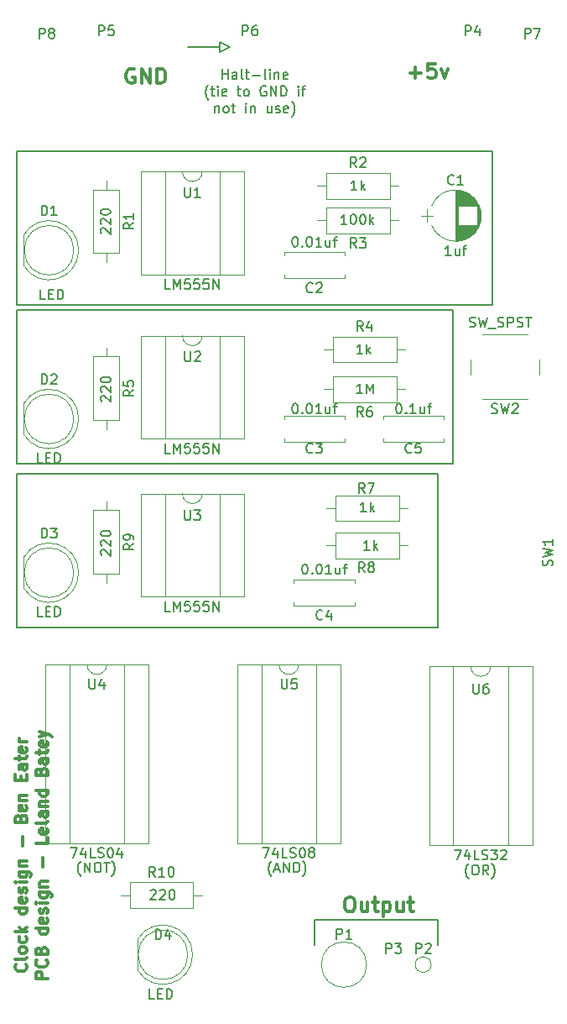
<source format=gto>
G04 #@! TF.FileFunction,Legend,Top*
%FSLAX46Y46*%
G04 Gerber Fmt 4.6, Leading zero omitted, Abs format (unit mm)*
G04 Created by KiCad (PCBNEW 4.0.5-e0-6337~49~ubuntu16.04.1) date Sun Mar 26 15:46:02 2017*
%MOMM*%
%LPD*%
G01*
G04 APERTURE LIST*
%ADD10C,0.100000*%
%ADD11C,0.300000*%
%ADD12C,0.150000*%
%ADD13C,0.200000*%
%ADD14C,0.120000*%
G04 APERTURE END LIST*
D10*
D11*
X81378571Y-155942855D02*
X81435714Y-155999998D01*
X81492857Y-156171427D01*
X81492857Y-156285713D01*
X81435714Y-156457141D01*
X81321429Y-156571427D01*
X81207143Y-156628570D01*
X80978571Y-156685713D01*
X80807143Y-156685713D01*
X80578571Y-156628570D01*
X80464286Y-156571427D01*
X80350000Y-156457141D01*
X80292857Y-156285713D01*
X80292857Y-156171427D01*
X80350000Y-155999998D01*
X80407143Y-155942855D01*
X81492857Y-155257141D02*
X81435714Y-155371427D01*
X81321429Y-155428570D01*
X80292857Y-155428570D01*
X81492857Y-154628570D02*
X81435714Y-154742856D01*
X81378571Y-154799999D01*
X81264286Y-154857142D01*
X80921429Y-154857142D01*
X80807143Y-154799999D01*
X80750000Y-154742856D01*
X80692857Y-154628570D01*
X80692857Y-154457142D01*
X80750000Y-154342856D01*
X80807143Y-154285713D01*
X80921429Y-154228570D01*
X81264286Y-154228570D01*
X81378571Y-154285713D01*
X81435714Y-154342856D01*
X81492857Y-154457142D01*
X81492857Y-154628570D01*
X81435714Y-153199999D02*
X81492857Y-153314285D01*
X81492857Y-153542856D01*
X81435714Y-153657142D01*
X81378571Y-153714285D01*
X81264286Y-153771428D01*
X80921429Y-153771428D01*
X80807143Y-153714285D01*
X80750000Y-153657142D01*
X80692857Y-153542856D01*
X80692857Y-153314285D01*
X80750000Y-153199999D01*
X81492857Y-152685714D02*
X80292857Y-152685714D01*
X81035714Y-152571428D02*
X81492857Y-152228571D01*
X80692857Y-152228571D02*
X81150000Y-152685714D01*
X81492857Y-150285713D02*
X80292857Y-150285713D01*
X81435714Y-150285713D02*
X81492857Y-150399999D01*
X81492857Y-150628570D01*
X81435714Y-150742856D01*
X81378571Y-150799999D01*
X81264286Y-150857142D01*
X80921429Y-150857142D01*
X80807143Y-150799999D01*
X80750000Y-150742856D01*
X80692857Y-150628570D01*
X80692857Y-150399999D01*
X80750000Y-150285713D01*
X81435714Y-149257142D02*
X81492857Y-149371428D01*
X81492857Y-149599999D01*
X81435714Y-149714285D01*
X81321429Y-149771428D01*
X80864286Y-149771428D01*
X80750000Y-149714285D01*
X80692857Y-149599999D01*
X80692857Y-149371428D01*
X80750000Y-149257142D01*
X80864286Y-149199999D01*
X80978571Y-149199999D01*
X81092857Y-149771428D01*
X81435714Y-148742857D02*
X81492857Y-148628571D01*
X81492857Y-148399999D01*
X81435714Y-148285714D01*
X81321429Y-148228571D01*
X81264286Y-148228571D01*
X81150000Y-148285714D01*
X81092857Y-148399999D01*
X81092857Y-148571428D01*
X81035714Y-148685714D01*
X80921429Y-148742857D01*
X80864286Y-148742857D01*
X80750000Y-148685714D01*
X80692857Y-148571428D01*
X80692857Y-148399999D01*
X80750000Y-148285714D01*
X81492857Y-147714285D02*
X80692857Y-147714285D01*
X80292857Y-147714285D02*
X80350000Y-147771428D01*
X80407143Y-147714285D01*
X80350000Y-147657142D01*
X80292857Y-147714285D01*
X80407143Y-147714285D01*
X80692857Y-146628570D02*
X81664286Y-146628570D01*
X81778571Y-146685713D01*
X81835714Y-146742856D01*
X81892857Y-146857141D01*
X81892857Y-147028570D01*
X81835714Y-147142856D01*
X81435714Y-146628570D02*
X81492857Y-146742856D01*
X81492857Y-146971427D01*
X81435714Y-147085713D01*
X81378571Y-147142856D01*
X81264286Y-147199999D01*
X80921429Y-147199999D01*
X80807143Y-147142856D01*
X80750000Y-147085713D01*
X80692857Y-146971427D01*
X80692857Y-146742856D01*
X80750000Y-146628570D01*
X80692857Y-146057142D02*
X81492857Y-146057142D01*
X80807143Y-146057142D02*
X80750000Y-145999999D01*
X80692857Y-145885713D01*
X80692857Y-145714285D01*
X80750000Y-145599999D01*
X80864286Y-145542856D01*
X81492857Y-145542856D01*
X81035714Y-144057142D02*
X81035714Y-143142856D01*
X80864286Y-141257142D02*
X80921429Y-141085713D01*
X80978571Y-141028570D01*
X81092857Y-140971427D01*
X81264286Y-140971427D01*
X81378571Y-141028570D01*
X81435714Y-141085713D01*
X81492857Y-141199999D01*
X81492857Y-141657142D01*
X80292857Y-141657142D01*
X80292857Y-141257142D01*
X80350000Y-141142856D01*
X80407143Y-141085713D01*
X80521429Y-141028570D01*
X80635714Y-141028570D01*
X80750000Y-141085713D01*
X80807143Y-141142856D01*
X80864286Y-141257142D01*
X80864286Y-141657142D01*
X81435714Y-139999999D02*
X81492857Y-140114285D01*
X81492857Y-140342856D01*
X81435714Y-140457142D01*
X81321429Y-140514285D01*
X80864286Y-140514285D01*
X80750000Y-140457142D01*
X80692857Y-140342856D01*
X80692857Y-140114285D01*
X80750000Y-139999999D01*
X80864286Y-139942856D01*
X80978571Y-139942856D01*
X81092857Y-140514285D01*
X80692857Y-139428571D02*
X81492857Y-139428571D01*
X80807143Y-139428571D02*
X80750000Y-139371428D01*
X80692857Y-139257142D01*
X80692857Y-139085714D01*
X80750000Y-138971428D01*
X80864286Y-138914285D01*
X81492857Y-138914285D01*
X80864286Y-137428571D02*
X80864286Y-137028571D01*
X81492857Y-136857142D02*
X81492857Y-137428571D01*
X80292857Y-137428571D01*
X80292857Y-136857142D01*
X81492857Y-135828571D02*
X80864286Y-135828571D01*
X80750000Y-135885714D01*
X80692857Y-136000000D01*
X80692857Y-136228571D01*
X80750000Y-136342857D01*
X81435714Y-135828571D02*
X81492857Y-135942857D01*
X81492857Y-136228571D01*
X81435714Y-136342857D01*
X81321429Y-136400000D01*
X81207143Y-136400000D01*
X81092857Y-136342857D01*
X81035714Y-136228571D01*
X81035714Y-135942857D01*
X80978571Y-135828571D01*
X80692857Y-135428571D02*
X80692857Y-134971428D01*
X80292857Y-135257143D02*
X81321429Y-135257143D01*
X81435714Y-135200000D01*
X81492857Y-135085714D01*
X81492857Y-134971428D01*
X81435714Y-134114286D02*
X81492857Y-134228572D01*
X81492857Y-134457143D01*
X81435714Y-134571429D01*
X81321429Y-134628572D01*
X80864286Y-134628572D01*
X80750000Y-134571429D01*
X80692857Y-134457143D01*
X80692857Y-134228572D01*
X80750000Y-134114286D01*
X80864286Y-134057143D01*
X80978571Y-134057143D01*
X81092857Y-134628572D01*
X81492857Y-133542858D02*
X80692857Y-133542858D01*
X80921429Y-133542858D02*
X80807143Y-133485715D01*
X80750000Y-133428572D01*
X80692857Y-133314286D01*
X80692857Y-133200001D01*
X83592857Y-157399999D02*
X82392857Y-157399999D01*
X82392857Y-156942856D01*
X82450000Y-156828570D01*
X82507143Y-156771427D01*
X82621429Y-156714284D01*
X82792857Y-156714284D01*
X82907143Y-156771427D01*
X82964286Y-156828570D01*
X83021429Y-156942856D01*
X83021429Y-157399999D01*
X83478571Y-155514284D02*
X83535714Y-155571427D01*
X83592857Y-155742856D01*
X83592857Y-155857142D01*
X83535714Y-156028570D01*
X83421429Y-156142856D01*
X83307143Y-156199999D01*
X83078571Y-156257142D01*
X82907143Y-156257142D01*
X82678571Y-156199999D01*
X82564286Y-156142856D01*
X82450000Y-156028570D01*
X82392857Y-155857142D01*
X82392857Y-155742856D01*
X82450000Y-155571427D01*
X82507143Y-155514284D01*
X82964286Y-154599999D02*
X83021429Y-154428570D01*
X83078571Y-154371427D01*
X83192857Y-154314284D01*
X83364286Y-154314284D01*
X83478571Y-154371427D01*
X83535714Y-154428570D01*
X83592857Y-154542856D01*
X83592857Y-154999999D01*
X82392857Y-154999999D01*
X82392857Y-154599999D01*
X82450000Y-154485713D01*
X82507143Y-154428570D01*
X82621429Y-154371427D01*
X82735714Y-154371427D01*
X82850000Y-154428570D01*
X82907143Y-154485713D01*
X82964286Y-154599999D01*
X82964286Y-154999999D01*
X83592857Y-152371427D02*
X82392857Y-152371427D01*
X83535714Y-152371427D02*
X83592857Y-152485713D01*
X83592857Y-152714284D01*
X83535714Y-152828570D01*
X83478571Y-152885713D01*
X83364286Y-152942856D01*
X83021429Y-152942856D01*
X82907143Y-152885713D01*
X82850000Y-152828570D01*
X82792857Y-152714284D01*
X82792857Y-152485713D01*
X82850000Y-152371427D01*
X83535714Y-151342856D02*
X83592857Y-151457142D01*
X83592857Y-151685713D01*
X83535714Y-151799999D01*
X83421429Y-151857142D01*
X82964286Y-151857142D01*
X82850000Y-151799999D01*
X82792857Y-151685713D01*
X82792857Y-151457142D01*
X82850000Y-151342856D01*
X82964286Y-151285713D01*
X83078571Y-151285713D01*
X83192857Y-151857142D01*
X83535714Y-150828571D02*
X83592857Y-150714285D01*
X83592857Y-150485713D01*
X83535714Y-150371428D01*
X83421429Y-150314285D01*
X83364286Y-150314285D01*
X83250000Y-150371428D01*
X83192857Y-150485713D01*
X83192857Y-150657142D01*
X83135714Y-150771428D01*
X83021429Y-150828571D01*
X82964286Y-150828571D01*
X82850000Y-150771428D01*
X82792857Y-150657142D01*
X82792857Y-150485713D01*
X82850000Y-150371428D01*
X83592857Y-149799999D02*
X82792857Y-149799999D01*
X82392857Y-149799999D02*
X82450000Y-149857142D01*
X82507143Y-149799999D01*
X82450000Y-149742856D01*
X82392857Y-149799999D01*
X82507143Y-149799999D01*
X82792857Y-148714284D02*
X83764286Y-148714284D01*
X83878571Y-148771427D01*
X83935714Y-148828570D01*
X83992857Y-148942855D01*
X83992857Y-149114284D01*
X83935714Y-149228570D01*
X83535714Y-148714284D02*
X83592857Y-148828570D01*
X83592857Y-149057141D01*
X83535714Y-149171427D01*
X83478571Y-149228570D01*
X83364286Y-149285713D01*
X83021429Y-149285713D01*
X82907143Y-149228570D01*
X82850000Y-149171427D01*
X82792857Y-149057141D01*
X82792857Y-148828570D01*
X82850000Y-148714284D01*
X82792857Y-148142856D02*
X83592857Y-148142856D01*
X82907143Y-148142856D02*
X82850000Y-148085713D01*
X82792857Y-147971427D01*
X82792857Y-147799999D01*
X82850000Y-147685713D01*
X82964286Y-147628570D01*
X83592857Y-147628570D01*
X83135714Y-146142856D02*
X83135714Y-145228570D01*
X83592857Y-143171427D02*
X83592857Y-143742856D01*
X82392857Y-143742856D01*
X83535714Y-142314284D02*
X83592857Y-142428570D01*
X83592857Y-142657141D01*
X83535714Y-142771427D01*
X83421429Y-142828570D01*
X82964286Y-142828570D01*
X82850000Y-142771427D01*
X82792857Y-142657141D01*
X82792857Y-142428570D01*
X82850000Y-142314284D01*
X82964286Y-142257141D01*
X83078571Y-142257141D01*
X83192857Y-142828570D01*
X83592857Y-141571427D02*
X83535714Y-141685713D01*
X83421429Y-141742856D01*
X82392857Y-141742856D01*
X83592857Y-140599999D02*
X82964286Y-140599999D01*
X82850000Y-140657142D01*
X82792857Y-140771428D01*
X82792857Y-140999999D01*
X82850000Y-141114285D01*
X83535714Y-140599999D02*
X83592857Y-140714285D01*
X83592857Y-140999999D01*
X83535714Y-141114285D01*
X83421429Y-141171428D01*
X83307143Y-141171428D01*
X83192857Y-141114285D01*
X83135714Y-140999999D01*
X83135714Y-140714285D01*
X83078571Y-140599999D01*
X82792857Y-140028571D02*
X83592857Y-140028571D01*
X82907143Y-140028571D02*
X82850000Y-139971428D01*
X82792857Y-139857142D01*
X82792857Y-139685714D01*
X82850000Y-139571428D01*
X82964286Y-139514285D01*
X83592857Y-139514285D01*
X83592857Y-138428571D02*
X82392857Y-138428571D01*
X83535714Y-138428571D02*
X83592857Y-138542857D01*
X83592857Y-138771428D01*
X83535714Y-138885714D01*
X83478571Y-138942857D01*
X83364286Y-139000000D01*
X83021429Y-139000000D01*
X82907143Y-138942857D01*
X82850000Y-138885714D01*
X82792857Y-138771428D01*
X82792857Y-138542857D01*
X82850000Y-138428571D01*
X82964286Y-136542857D02*
X83021429Y-136371428D01*
X83078571Y-136314285D01*
X83192857Y-136257142D01*
X83364286Y-136257142D01*
X83478571Y-136314285D01*
X83535714Y-136371428D01*
X83592857Y-136485714D01*
X83592857Y-136942857D01*
X82392857Y-136942857D01*
X82392857Y-136542857D01*
X82450000Y-136428571D01*
X82507143Y-136371428D01*
X82621429Y-136314285D01*
X82735714Y-136314285D01*
X82850000Y-136371428D01*
X82907143Y-136428571D01*
X82964286Y-136542857D01*
X82964286Y-136942857D01*
X83592857Y-135228571D02*
X82964286Y-135228571D01*
X82850000Y-135285714D01*
X82792857Y-135400000D01*
X82792857Y-135628571D01*
X82850000Y-135742857D01*
X83535714Y-135228571D02*
X83592857Y-135342857D01*
X83592857Y-135628571D01*
X83535714Y-135742857D01*
X83421429Y-135800000D01*
X83307143Y-135800000D01*
X83192857Y-135742857D01*
X83135714Y-135628571D01*
X83135714Y-135342857D01*
X83078571Y-135228571D01*
X82792857Y-134828571D02*
X82792857Y-134371428D01*
X82392857Y-134657143D02*
X83421429Y-134657143D01*
X83535714Y-134600000D01*
X83592857Y-134485714D01*
X83592857Y-134371428D01*
X83535714Y-133514286D02*
X83592857Y-133628572D01*
X83592857Y-133857143D01*
X83535714Y-133971429D01*
X83421429Y-134028572D01*
X82964286Y-134028572D01*
X82850000Y-133971429D01*
X82792857Y-133857143D01*
X82792857Y-133628572D01*
X82850000Y-133514286D01*
X82964286Y-133457143D01*
X83078571Y-133457143D01*
X83192857Y-134028572D01*
X82792857Y-133057143D02*
X83592857Y-132771429D01*
X82792857Y-132485715D02*
X83592857Y-132771429D01*
X83878571Y-132885715D01*
X83935714Y-132942858D01*
X83992857Y-133057143D01*
D12*
X101000000Y-63500000D02*
X97750000Y-63500000D01*
D13*
X126083334Y-147333333D02*
X126035714Y-147285714D01*
X125940476Y-147142857D01*
X125892857Y-147047619D01*
X125845238Y-146904762D01*
X125797619Y-146666667D01*
X125797619Y-146476190D01*
X125845238Y-146238095D01*
X125892857Y-146095238D01*
X125940476Y-146000000D01*
X126035714Y-145857143D01*
X126083334Y-145809524D01*
X126654762Y-145952381D02*
X126845239Y-145952381D01*
X126940477Y-146000000D01*
X127035715Y-146095238D01*
X127083334Y-146285714D01*
X127083334Y-146619048D01*
X127035715Y-146809524D01*
X126940477Y-146904762D01*
X126845239Y-146952381D01*
X126654762Y-146952381D01*
X126559524Y-146904762D01*
X126464286Y-146809524D01*
X126416667Y-146619048D01*
X126416667Y-146285714D01*
X126464286Y-146095238D01*
X126559524Y-146000000D01*
X126654762Y-145952381D01*
X128083334Y-146952381D02*
X127750000Y-146476190D01*
X127511905Y-146952381D02*
X127511905Y-145952381D01*
X127892858Y-145952381D01*
X127988096Y-146000000D01*
X128035715Y-146047619D01*
X128083334Y-146142857D01*
X128083334Y-146285714D01*
X128035715Y-146380952D01*
X127988096Y-146428571D01*
X127892858Y-146476190D01*
X127511905Y-146476190D01*
X128416667Y-147333333D02*
X128464286Y-147285714D01*
X128559524Y-147142857D01*
X128607143Y-147047619D01*
X128654762Y-146904762D01*
X128702381Y-146666667D01*
X128702381Y-146476190D01*
X128654762Y-146238095D01*
X128607143Y-146095238D01*
X128559524Y-146000000D01*
X128464286Y-145857143D01*
X128416667Y-145809524D01*
X106154762Y-147083333D02*
X106107142Y-147035714D01*
X106011904Y-146892857D01*
X105964285Y-146797619D01*
X105916666Y-146654762D01*
X105869047Y-146416667D01*
X105869047Y-146226190D01*
X105916666Y-145988095D01*
X105964285Y-145845238D01*
X106011904Y-145750000D01*
X106107142Y-145607143D01*
X106154762Y-145559524D01*
X106488095Y-146416667D02*
X106964286Y-146416667D01*
X106392857Y-146702381D02*
X106726190Y-145702381D01*
X107059524Y-146702381D01*
X107392857Y-146702381D02*
X107392857Y-145702381D01*
X107964286Y-146702381D01*
X107964286Y-145702381D01*
X108440476Y-146702381D02*
X108440476Y-145702381D01*
X108678571Y-145702381D01*
X108821429Y-145750000D01*
X108916667Y-145845238D01*
X108964286Y-145940476D01*
X109011905Y-146130952D01*
X109011905Y-146273810D01*
X108964286Y-146464286D01*
X108916667Y-146559524D01*
X108821429Y-146654762D01*
X108678571Y-146702381D01*
X108440476Y-146702381D01*
X109345238Y-147083333D02*
X109392857Y-147035714D01*
X109488095Y-146892857D01*
X109535714Y-146797619D01*
X109583333Y-146654762D01*
X109630952Y-146416667D01*
X109630952Y-146226190D01*
X109583333Y-145988095D01*
X109535714Y-145845238D01*
X109488095Y-145750000D01*
X109392857Y-145607143D01*
X109345238Y-145559524D01*
X86928572Y-147083333D02*
X86880952Y-147035714D01*
X86785714Y-146892857D01*
X86738095Y-146797619D01*
X86690476Y-146654762D01*
X86642857Y-146416667D01*
X86642857Y-146226190D01*
X86690476Y-145988095D01*
X86738095Y-145845238D01*
X86785714Y-145750000D01*
X86880952Y-145607143D01*
X86928572Y-145559524D01*
X87309524Y-146702381D02*
X87309524Y-145702381D01*
X87880953Y-146702381D01*
X87880953Y-145702381D01*
X88547619Y-145702381D02*
X88738096Y-145702381D01*
X88833334Y-145750000D01*
X88928572Y-145845238D01*
X88976191Y-146035714D01*
X88976191Y-146369048D01*
X88928572Y-146559524D01*
X88833334Y-146654762D01*
X88738096Y-146702381D01*
X88547619Y-146702381D01*
X88452381Y-146654762D01*
X88357143Y-146559524D01*
X88309524Y-146369048D01*
X88309524Y-146035714D01*
X88357143Y-145845238D01*
X88452381Y-145750000D01*
X88547619Y-145702381D01*
X89261905Y-145702381D02*
X89833334Y-145702381D01*
X89547619Y-146702381D02*
X89547619Y-145702381D01*
X90071429Y-147083333D02*
X90119048Y-147035714D01*
X90214286Y-146892857D01*
X90261905Y-146797619D01*
X90309524Y-146654762D01*
X90357143Y-146416667D01*
X90357143Y-146226190D01*
X90309524Y-145988095D01*
X90261905Y-145845238D01*
X90214286Y-145750000D01*
X90119048Y-145607143D01*
X90071429Y-145559524D01*
X128500000Y-74000000D02*
X80500000Y-74000000D01*
X128500000Y-89500000D02*
X128500000Y-74000000D01*
X80500000Y-89500000D02*
X128500000Y-89500000D01*
X80500000Y-74000000D02*
X80500000Y-89500000D01*
X124500000Y-90000000D02*
X80500000Y-90000000D01*
X124500000Y-105500000D02*
X124500000Y-90000000D01*
X80500000Y-105500000D02*
X124500000Y-105500000D01*
X80500000Y-90000000D02*
X80500000Y-105500000D01*
X80500000Y-122000000D02*
X80500000Y-106500000D01*
X123000000Y-122000000D02*
X80500000Y-122000000D01*
X123000000Y-106500000D02*
X123000000Y-122000000D01*
X80500000Y-106500000D02*
X123000000Y-106500000D01*
D11*
X92357143Y-65750000D02*
X92214286Y-65678571D01*
X92000000Y-65678571D01*
X91785715Y-65750000D01*
X91642857Y-65892857D01*
X91571429Y-66035714D01*
X91500000Y-66321429D01*
X91500000Y-66535714D01*
X91571429Y-66821429D01*
X91642857Y-66964286D01*
X91785715Y-67107143D01*
X92000000Y-67178571D01*
X92142857Y-67178571D01*
X92357143Y-67107143D01*
X92428572Y-67035714D01*
X92428572Y-66535714D01*
X92142857Y-66535714D01*
X93071429Y-67178571D02*
X93071429Y-65678571D01*
X93928572Y-67178571D01*
X93928572Y-65678571D01*
X94642858Y-67178571D02*
X94642858Y-65678571D01*
X95000001Y-65678571D01*
X95214286Y-65750000D01*
X95357144Y-65892857D01*
X95428572Y-66035714D01*
X95500001Y-66321429D01*
X95500001Y-66535714D01*
X95428572Y-66821429D01*
X95357144Y-66964286D01*
X95214286Y-67107143D01*
X95000001Y-67178571D01*
X94642858Y-67178571D01*
X120142858Y-66107143D02*
X121285715Y-66107143D01*
X120714286Y-66678571D02*
X120714286Y-65535714D01*
X122714287Y-65178571D02*
X122000001Y-65178571D01*
X121928572Y-65892857D01*
X122000001Y-65821429D01*
X122142858Y-65750000D01*
X122500001Y-65750000D01*
X122642858Y-65821429D01*
X122714287Y-65892857D01*
X122785715Y-66035714D01*
X122785715Y-66392857D01*
X122714287Y-66535714D01*
X122642858Y-66607143D01*
X122500001Y-66678571D01*
X122142858Y-66678571D01*
X122000001Y-66607143D01*
X121928572Y-66535714D01*
X123285715Y-65678571D02*
X123642858Y-66678571D01*
X124000000Y-65678571D01*
D13*
X110500000Y-151500000D02*
X110500000Y-154000000D01*
X123000000Y-151500000D02*
X123000000Y-154000000D01*
X110500000Y-151500000D02*
X123000000Y-151500000D01*
D11*
X113964285Y-149178571D02*
X114249999Y-149178571D01*
X114392857Y-149250000D01*
X114535714Y-149392857D01*
X114607142Y-149678571D01*
X114607142Y-150178571D01*
X114535714Y-150464286D01*
X114392857Y-150607143D01*
X114249999Y-150678571D01*
X113964285Y-150678571D01*
X113821428Y-150607143D01*
X113678571Y-150464286D01*
X113607142Y-150178571D01*
X113607142Y-149678571D01*
X113678571Y-149392857D01*
X113821428Y-149250000D01*
X113964285Y-149178571D01*
X115892857Y-149678571D02*
X115892857Y-150678571D01*
X115250000Y-149678571D02*
X115250000Y-150464286D01*
X115321428Y-150607143D01*
X115464286Y-150678571D01*
X115678571Y-150678571D01*
X115821428Y-150607143D01*
X115892857Y-150535714D01*
X116392857Y-149678571D02*
X116964286Y-149678571D01*
X116607143Y-149178571D02*
X116607143Y-150464286D01*
X116678571Y-150607143D01*
X116821429Y-150678571D01*
X116964286Y-150678571D01*
X117464286Y-149678571D02*
X117464286Y-151178571D01*
X117464286Y-149750000D02*
X117607143Y-149678571D01*
X117892857Y-149678571D01*
X118035714Y-149750000D01*
X118107143Y-149821429D01*
X118178572Y-149964286D01*
X118178572Y-150392857D01*
X118107143Y-150535714D01*
X118035714Y-150607143D01*
X117892857Y-150678571D01*
X117607143Y-150678571D01*
X117464286Y-150607143D01*
X119464286Y-149678571D02*
X119464286Y-150678571D01*
X118821429Y-149678571D02*
X118821429Y-150464286D01*
X118892857Y-150607143D01*
X119035715Y-150678571D01*
X119250000Y-150678571D01*
X119392857Y-150607143D01*
X119464286Y-150535714D01*
X119964286Y-149678571D02*
X120535715Y-149678571D01*
X120178572Y-149178571D02*
X120178572Y-150464286D01*
X120250000Y-150607143D01*
X120392858Y-150678571D01*
X120535715Y-150678571D01*
D13*
X101000000Y-64000000D02*
X102000000Y-63500000D01*
X101000000Y-63000000D02*
X101000000Y-64000000D01*
X102000000Y-63500000D02*
X101000000Y-63000000D01*
X101214285Y-66752381D02*
X101214285Y-65752381D01*
X101214285Y-66228571D02*
X101785714Y-66228571D01*
X101785714Y-66752381D02*
X101785714Y-65752381D01*
X102690476Y-66752381D02*
X102690476Y-66228571D01*
X102642857Y-66133333D01*
X102547619Y-66085714D01*
X102357142Y-66085714D01*
X102261904Y-66133333D01*
X102690476Y-66704762D02*
X102595238Y-66752381D01*
X102357142Y-66752381D01*
X102261904Y-66704762D01*
X102214285Y-66609524D01*
X102214285Y-66514286D01*
X102261904Y-66419048D01*
X102357142Y-66371429D01*
X102595238Y-66371429D01*
X102690476Y-66323810D01*
X103309523Y-66752381D02*
X103214285Y-66704762D01*
X103166666Y-66609524D01*
X103166666Y-65752381D01*
X103547619Y-66085714D02*
X103928571Y-66085714D01*
X103690476Y-65752381D02*
X103690476Y-66609524D01*
X103738095Y-66704762D01*
X103833333Y-66752381D01*
X103928571Y-66752381D01*
X104261905Y-66371429D02*
X105023810Y-66371429D01*
X105642857Y-66752381D02*
X105547619Y-66704762D01*
X105500000Y-66609524D01*
X105500000Y-65752381D01*
X106023810Y-66752381D02*
X106023810Y-66085714D01*
X106023810Y-65752381D02*
X105976191Y-65800000D01*
X106023810Y-65847619D01*
X106071429Y-65800000D01*
X106023810Y-65752381D01*
X106023810Y-65847619D01*
X106500000Y-66085714D02*
X106500000Y-66752381D01*
X106500000Y-66180952D02*
X106547619Y-66133333D01*
X106642857Y-66085714D01*
X106785715Y-66085714D01*
X106880953Y-66133333D01*
X106928572Y-66228571D01*
X106928572Y-66752381D01*
X107785715Y-66704762D02*
X107690477Y-66752381D01*
X107500000Y-66752381D01*
X107404762Y-66704762D01*
X107357143Y-66609524D01*
X107357143Y-66228571D01*
X107404762Y-66133333D01*
X107500000Y-66085714D01*
X107690477Y-66085714D01*
X107785715Y-66133333D01*
X107833334Y-66228571D01*
X107833334Y-66323810D01*
X107357143Y-66419048D01*
X99809524Y-68833333D02*
X99761904Y-68785714D01*
X99666666Y-68642857D01*
X99619047Y-68547619D01*
X99571428Y-68404762D01*
X99523809Y-68166667D01*
X99523809Y-67976190D01*
X99571428Y-67738095D01*
X99619047Y-67595238D01*
X99666666Y-67500000D01*
X99761904Y-67357143D01*
X99809524Y-67309524D01*
X100047619Y-67785714D02*
X100428571Y-67785714D01*
X100190476Y-67452381D02*
X100190476Y-68309524D01*
X100238095Y-68404762D01*
X100333333Y-68452381D01*
X100428571Y-68452381D01*
X100761905Y-68452381D02*
X100761905Y-67785714D01*
X100761905Y-67452381D02*
X100714286Y-67500000D01*
X100761905Y-67547619D01*
X100809524Y-67500000D01*
X100761905Y-67452381D01*
X100761905Y-67547619D01*
X101619048Y-68404762D02*
X101523810Y-68452381D01*
X101333333Y-68452381D01*
X101238095Y-68404762D01*
X101190476Y-68309524D01*
X101190476Y-67928571D01*
X101238095Y-67833333D01*
X101333333Y-67785714D01*
X101523810Y-67785714D01*
X101619048Y-67833333D01*
X101666667Y-67928571D01*
X101666667Y-68023810D01*
X101190476Y-68119048D01*
X102714286Y-67785714D02*
X103095238Y-67785714D01*
X102857143Y-67452381D02*
X102857143Y-68309524D01*
X102904762Y-68404762D01*
X103000000Y-68452381D01*
X103095238Y-68452381D01*
X103571429Y-68452381D02*
X103476191Y-68404762D01*
X103428572Y-68357143D01*
X103380953Y-68261905D01*
X103380953Y-67976190D01*
X103428572Y-67880952D01*
X103476191Y-67833333D01*
X103571429Y-67785714D01*
X103714287Y-67785714D01*
X103809525Y-67833333D01*
X103857144Y-67880952D01*
X103904763Y-67976190D01*
X103904763Y-68261905D01*
X103857144Y-68357143D01*
X103809525Y-68404762D01*
X103714287Y-68452381D01*
X103571429Y-68452381D01*
X105619049Y-67500000D02*
X105523811Y-67452381D01*
X105380954Y-67452381D01*
X105238096Y-67500000D01*
X105142858Y-67595238D01*
X105095239Y-67690476D01*
X105047620Y-67880952D01*
X105047620Y-68023810D01*
X105095239Y-68214286D01*
X105142858Y-68309524D01*
X105238096Y-68404762D01*
X105380954Y-68452381D01*
X105476192Y-68452381D01*
X105619049Y-68404762D01*
X105666668Y-68357143D01*
X105666668Y-68023810D01*
X105476192Y-68023810D01*
X106095239Y-68452381D02*
X106095239Y-67452381D01*
X106666668Y-68452381D01*
X106666668Y-67452381D01*
X107142858Y-68452381D02*
X107142858Y-67452381D01*
X107380953Y-67452381D01*
X107523811Y-67500000D01*
X107619049Y-67595238D01*
X107666668Y-67690476D01*
X107714287Y-67880952D01*
X107714287Y-68023810D01*
X107666668Y-68214286D01*
X107619049Y-68309524D01*
X107523811Y-68404762D01*
X107380953Y-68452381D01*
X107142858Y-68452381D01*
X108904763Y-68452381D02*
X108904763Y-67785714D01*
X108904763Y-67452381D02*
X108857144Y-67500000D01*
X108904763Y-67547619D01*
X108952382Y-67500000D01*
X108904763Y-67452381D01*
X108904763Y-67547619D01*
X109238096Y-67785714D02*
X109619048Y-67785714D01*
X109380953Y-68452381D02*
X109380953Y-67595238D01*
X109428572Y-67500000D01*
X109523810Y-67452381D01*
X109619048Y-67452381D01*
X100476190Y-69485714D02*
X100476190Y-70152381D01*
X100476190Y-69580952D02*
X100523809Y-69533333D01*
X100619047Y-69485714D01*
X100761905Y-69485714D01*
X100857143Y-69533333D01*
X100904762Y-69628571D01*
X100904762Y-70152381D01*
X101523809Y-70152381D02*
X101428571Y-70104762D01*
X101380952Y-70057143D01*
X101333333Y-69961905D01*
X101333333Y-69676190D01*
X101380952Y-69580952D01*
X101428571Y-69533333D01*
X101523809Y-69485714D01*
X101666667Y-69485714D01*
X101761905Y-69533333D01*
X101809524Y-69580952D01*
X101857143Y-69676190D01*
X101857143Y-69961905D01*
X101809524Y-70057143D01*
X101761905Y-70104762D01*
X101666667Y-70152381D01*
X101523809Y-70152381D01*
X102142857Y-69485714D02*
X102523809Y-69485714D01*
X102285714Y-69152381D02*
X102285714Y-70009524D01*
X102333333Y-70104762D01*
X102428571Y-70152381D01*
X102523809Y-70152381D01*
X103619048Y-70152381D02*
X103619048Y-69485714D01*
X103619048Y-69152381D02*
X103571429Y-69200000D01*
X103619048Y-69247619D01*
X103666667Y-69200000D01*
X103619048Y-69152381D01*
X103619048Y-69247619D01*
X104095238Y-69485714D02*
X104095238Y-70152381D01*
X104095238Y-69580952D02*
X104142857Y-69533333D01*
X104238095Y-69485714D01*
X104380953Y-69485714D01*
X104476191Y-69533333D01*
X104523810Y-69628571D01*
X104523810Y-70152381D01*
X106190477Y-69485714D02*
X106190477Y-70152381D01*
X105761905Y-69485714D02*
X105761905Y-70009524D01*
X105809524Y-70104762D01*
X105904762Y-70152381D01*
X106047620Y-70152381D01*
X106142858Y-70104762D01*
X106190477Y-70057143D01*
X106619048Y-70104762D02*
X106714286Y-70152381D01*
X106904762Y-70152381D01*
X107000001Y-70104762D01*
X107047620Y-70009524D01*
X107047620Y-69961905D01*
X107000001Y-69866667D01*
X106904762Y-69819048D01*
X106761905Y-69819048D01*
X106666667Y-69771429D01*
X106619048Y-69676190D01*
X106619048Y-69628571D01*
X106666667Y-69533333D01*
X106761905Y-69485714D01*
X106904762Y-69485714D01*
X107000001Y-69533333D01*
X107857144Y-70104762D02*
X107761906Y-70152381D01*
X107571429Y-70152381D01*
X107476191Y-70104762D01*
X107428572Y-70009524D01*
X107428572Y-69628571D01*
X107476191Y-69533333D01*
X107571429Y-69485714D01*
X107761906Y-69485714D01*
X107857144Y-69533333D01*
X107904763Y-69628571D01*
X107904763Y-69723810D01*
X107428572Y-69819048D01*
X108238096Y-70533333D02*
X108285715Y-70485714D01*
X108380953Y-70342857D01*
X108428572Y-70247619D01*
X108476191Y-70104762D01*
X108523810Y-69866667D01*
X108523810Y-69676190D01*
X108476191Y-69438095D01*
X108428572Y-69295238D01*
X108380953Y-69200000D01*
X108285715Y-69057143D01*
X108238096Y-69009524D01*
D14*
X127146863Y-79518600D02*
G75*
G03X122352564Y-79520000I-2396863J-981400D01*
G01*
X127146863Y-81481400D02*
G75*
G02X122352564Y-81480000I-2396863J981400D01*
G01*
X127146863Y-81481400D02*
G75*
G03X127147436Y-79520000I-2396863J981400D01*
G01*
X124750000Y-77950000D02*
X124750000Y-83050000D01*
X124790000Y-77950000D02*
X124790000Y-83050000D01*
X124830000Y-77951000D02*
X124830000Y-83049000D01*
X124870000Y-77952000D02*
X124870000Y-83048000D01*
X124910000Y-77954000D02*
X124910000Y-83046000D01*
X124950000Y-77957000D02*
X124950000Y-83043000D01*
X124990000Y-77961000D02*
X124990000Y-83039000D01*
X125030000Y-77965000D02*
X125030000Y-79520000D01*
X125030000Y-81480000D02*
X125030000Y-83035000D01*
X125070000Y-77969000D02*
X125070000Y-79520000D01*
X125070000Y-81480000D02*
X125070000Y-83031000D01*
X125110000Y-77975000D02*
X125110000Y-79520000D01*
X125110000Y-81480000D02*
X125110000Y-83025000D01*
X125150000Y-77981000D02*
X125150000Y-79520000D01*
X125150000Y-81480000D02*
X125150000Y-83019000D01*
X125190000Y-77987000D02*
X125190000Y-79520000D01*
X125190000Y-81480000D02*
X125190000Y-83013000D01*
X125230000Y-77994000D02*
X125230000Y-79520000D01*
X125230000Y-81480000D02*
X125230000Y-83006000D01*
X125270000Y-78002000D02*
X125270000Y-79520000D01*
X125270000Y-81480000D02*
X125270000Y-82998000D01*
X125310000Y-78011000D02*
X125310000Y-79520000D01*
X125310000Y-81480000D02*
X125310000Y-82989000D01*
X125350000Y-78020000D02*
X125350000Y-79520000D01*
X125350000Y-81480000D02*
X125350000Y-82980000D01*
X125390000Y-78030000D02*
X125390000Y-79520000D01*
X125390000Y-81480000D02*
X125390000Y-82970000D01*
X125430000Y-78040000D02*
X125430000Y-79520000D01*
X125430000Y-81480000D02*
X125430000Y-82960000D01*
X125471000Y-78052000D02*
X125471000Y-79520000D01*
X125471000Y-81480000D02*
X125471000Y-82948000D01*
X125511000Y-78064000D02*
X125511000Y-79520000D01*
X125511000Y-81480000D02*
X125511000Y-82936000D01*
X125551000Y-78076000D02*
X125551000Y-79520000D01*
X125551000Y-81480000D02*
X125551000Y-82924000D01*
X125591000Y-78090000D02*
X125591000Y-79520000D01*
X125591000Y-81480000D02*
X125591000Y-82910000D01*
X125631000Y-78104000D02*
X125631000Y-79520000D01*
X125631000Y-81480000D02*
X125631000Y-82896000D01*
X125671000Y-78118000D02*
X125671000Y-79520000D01*
X125671000Y-81480000D02*
X125671000Y-82882000D01*
X125711000Y-78134000D02*
X125711000Y-79520000D01*
X125711000Y-81480000D02*
X125711000Y-82866000D01*
X125751000Y-78150000D02*
X125751000Y-79520000D01*
X125751000Y-81480000D02*
X125751000Y-82850000D01*
X125791000Y-78167000D02*
X125791000Y-79520000D01*
X125791000Y-81480000D02*
X125791000Y-82833000D01*
X125831000Y-78185000D02*
X125831000Y-79520000D01*
X125831000Y-81480000D02*
X125831000Y-82815000D01*
X125871000Y-78204000D02*
X125871000Y-79520000D01*
X125871000Y-81480000D02*
X125871000Y-82796000D01*
X125911000Y-78224000D02*
X125911000Y-79520000D01*
X125911000Y-81480000D02*
X125911000Y-82776000D01*
X125951000Y-78244000D02*
X125951000Y-79520000D01*
X125951000Y-81480000D02*
X125951000Y-82756000D01*
X125991000Y-78266000D02*
X125991000Y-79520000D01*
X125991000Y-81480000D02*
X125991000Y-82734000D01*
X126031000Y-78288000D02*
X126031000Y-79520000D01*
X126031000Y-81480000D02*
X126031000Y-82712000D01*
X126071000Y-78311000D02*
X126071000Y-79520000D01*
X126071000Y-81480000D02*
X126071000Y-82689000D01*
X126111000Y-78335000D02*
X126111000Y-79520000D01*
X126111000Y-81480000D02*
X126111000Y-82665000D01*
X126151000Y-78360000D02*
X126151000Y-79520000D01*
X126151000Y-81480000D02*
X126151000Y-82640000D01*
X126191000Y-78387000D02*
X126191000Y-79520000D01*
X126191000Y-81480000D02*
X126191000Y-82613000D01*
X126231000Y-78414000D02*
X126231000Y-79520000D01*
X126231000Y-81480000D02*
X126231000Y-82586000D01*
X126271000Y-78442000D02*
X126271000Y-79520000D01*
X126271000Y-81480000D02*
X126271000Y-82558000D01*
X126311000Y-78472000D02*
X126311000Y-79520000D01*
X126311000Y-81480000D02*
X126311000Y-82528000D01*
X126351000Y-78503000D02*
X126351000Y-79520000D01*
X126351000Y-81480000D02*
X126351000Y-82497000D01*
X126391000Y-78535000D02*
X126391000Y-79520000D01*
X126391000Y-81480000D02*
X126391000Y-82465000D01*
X126431000Y-78568000D02*
X126431000Y-79520000D01*
X126431000Y-81480000D02*
X126431000Y-82432000D01*
X126471000Y-78603000D02*
X126471000Y-79520000D01*
X126471000Y-81480000D02*
X126471000Y-82397000D01*
X126511000Y-78639000D02*
X126511000Y-79520000D01*
X126511000Y-81480000D02*
X126511000Y-82361000D01*
X126551000Y-78677000D02*
X126551000Y-79520000D01*
X126551000Y-81480000D02*
X126551000Y-82323000D01*
X126591000Y-78717000D02*
X126591000Y-79520000D01*
X126591000Y-81480000D02*
X126591000Y-82283000D01*
X126631000Y-78758000D02*
X126631000Y-79520000D01*
X126631000Y-81480000D02*
X126631000Y-82242000D01*
X126671000Y-78801000D02*
X126671000Y-79520000D01*
X126671000Y-81480000D02*
X126671000Y-82199000D01*
X126711000Y-78846000D02*
X126711000Y-79520000D01*
X126711000Y-81480000D02*
X126711000Y-82154000D01*
X126751000Y-78894000D02*
X126751000Y-79520000D01*
X126751000Y-81480000D02*
X126751000Y-82106000D01*
X126791000Y-78944000D02*
X126791000Y-79520000D01*
X126791000Y-81480000D02*
X126791000Y-82056000D01*
X126831000Y-78996000D02*
X126831000Y-79520000D01*
X126831000Y-81480000D02*
X126831000Y-82004000D01*
X126871000Y-79052000D02*
X126871000Y-79520000D01*
X126871000Y-81480000D02*
X126871000Y-81948000D01*
X126911000Y-79110000D02*
X126911000Y-79520000D01*
X126911000Y-81480000D02*
X126911000Y-81890000D01*
X126951000Y-79173000D02*
X126951000Y-79520000D01*
X126951000Y-81480000D02*
X126951000Y-81827000D01*
X126991000Y-79239000D02*
X126991000Y-81761000D01*
X127031000Y-79311000D02*
X127031000Y-81689000D01*
X127071000Y-79388000D02*
X127071000Y-81612000D01*
X127111000Y-79472000D02*
X127111000Y-81528000D01*
X127151000Y-79566000D02*
X127151000Y-81434000D01*
X127191000Y-79671000D02*
X127191000Y-81329000D01*
X127231000Y-79793000D02*
X127231000Y-81207000D01*
X127271000Y-79941000D02*
X127271000Y-81059000D01*
X127311000Y-80146000D02*
X127311000Y-80854000D01*
X121300000Y-80500000D02*
X122500000Y-80500000D01*
X121900000Y-79850000D02*
X121900000Y-81150000D01*
X113560000Y-86810000D02*
X107440000Y-86810000D01*
X113560000Y-84190000D02*
X107440000Y-84190000D01*
X113560000Y-86810000D02*
X113560000Y-86496000D01*
X113560000Y-84504000D02*
X113560000Y-84190000D01*
X107440000Y-86810000D02*
X107440000Y-86496000D01*
X107440000Y-84504000D02*
X107440000Y-84190000D01*
X107440000Y-100690000D02*
X113560000Y-100690000D01*
X107440000Y-103310000D02*
X113560000Y-103310000D01*
X107440000Y-100690000D02*
X107440000Y-101004000D01*
X107440000Y-102996000D02*
X107440000Y-103310000D01*
X113560000Y-100690000D02*
X113560000Y-101004000D01*
X113560000Y-102996000D02*
X113560000Y-103310000D01*
X114560000Y-119810000D02*
X108440000Y-119810000D01*
X114560000Y-117190000D02*
X108440000Y-117190000D01*
X114560000Y-119810000D02*
X114560000Y-119496000D01*
X114560000Y-117504000D02*
X114560000Y-117190000D01*
X108440000Y-119810000D02*
X108440000Y-119496000D01*
X108440000Y-117504000D02*
X108440000Y-117190000D01*
X86720000Y-84000462D02*
G75*
G03X81170000Y-82455170I-2990000J462D01*
G01*
X86720000Y-83999538D02*
G75*
G02X81170000Y-85544830I-2990000J-462D01*
G01*
X86230000Y-84000000D02*
G75*
G03X86230000Y-84000000I-2500000J0D01*
G01*
X81170000Y-82455000D02*
X81170000Y-85545000D01*
X86720000Y-101000462D02*
G75*
G03X81170000Y-99455170I-2990000J462D01*
G01*
X86720000Y-100999538D02*
G75*
G02X81170000Y-102544830I-2990000J-462D01*
G01*
X86230000Y-101000000D02*
G75*
G03X86230000Y-101000000I-2500000J0D01*
G01*
X81170000Y-99455000D02*
X81170000Y-102545000D01*
X86720000Y-116500462D02*
G75*
G03X81170000Y-114955170I-2990000J462D01*
G01*
X86720000Y-116499538D02*
G75*
G02X81170000Y-118044830I-2990000J-462D01*
G01*
X86230000Y-116500000D02*
G75*
G03X86230000Y-116500000I-2500000J0D01*
G01*
X81170000Y-114955000D02*
X81170000Y-118045000D01*
X98220000Y-155000462D02*
G75*
G03X92670000Y-153455170I-2990000J462D01*
G01*
X98220000Y-154999538D02*
G75*
G02X92670000Y-156544830I-2990000J-462D01*
G01*
X97730000Y-155000000D02*
G75*
G03X97730000Y-155000000I-2500000J0D01*
G01*
X92670000Y-153455000D02*
X92670000Y-156545000D01*
X115786000Y-156000000D02*
G75*
G03X115786000Y-156000000I-2286000J0D01*
G01*
X122303219Y-156000000D02*
G75*
G03X122303219Y-156000000I-803219J0D01*
G01*
X90810000Y-77870000D02*
X88190000Y-77870000D01*
X88190000Y-77870000D02*
X88190000Y-84290000D01*
X88190000Y-84290000D02*
X90810000Y-84290000D01*
X90810000Y-84290000D02*
X90810000Y-77870000D01*
X89500000Y-76980000D02*
X89500000Y-77870000D01*
X89500000Y-85180000D02*
X89500000Y-84290000D01*
X111710000Y-76190000D02*
X111710000Y-78810000D01*
X111710000Y-78810000D02*
X118130000Y-78810000D01*
X118130000Y-78810000D02*
X118130000Y-76190000D01*
X118130000Y-76190000D02*
X111710000Y-76190000D01*
X110820000Y-77500000D02*
X111710000Y-77500000D01*
X119020000Y-77500000D02*
X118130000Y-77500000D01*
X118130000Y-82310000D02*
X118130000Y-79690000D01*
X118130000Y-79690000D02*
X111710000Y-79690000D01*
X111710000Y-79690000D02*
X111710000Y-82310000D01*
X111710000Y-82310000D02*
X118130000Y-82310000D01*
X119020000Y-81000000D02*
X118130000Y-81000000D01*
X110820000Y-81000000D02*
X111710000Y-81000000D01*
X112370000Y-92690000D02*
X112370000Y-95310000D01*
X112370000Y-95310000D02*
X118790000Y-95310000D01*
X118790000Y-95310000D02*
X118790000Y-92690000D01*
X118790000Y-92690000D02*
X112370000Y-92690000D01*
X111480000Y-94000000D02*
X112370000Y-94000000D01*
X119680000Y-94000000D02*
X118790000Y-94000000D01*
X90810000Y-94710000D02*
X88190000Y-94710000D01*
X88190000Y-94710000D02*
X88190000Y-101130000D01*
X88190000Y-101130000D02*
X90810000Y-101130000D01*
X90810000Y-101130000D02*
X90810000Y-94710000D01*
X89500000Y-93820000D02*
X89500000Y-94710000D01*
X89500000Y-102020000D02*
X89500000Y-101130000D01*
X118790000Y-99310000D02*
X118790000Y-96690000D01*
X118790000Y-96690000D02*
X112370000Y-96690000D01*
X112370000Y-96690000D02*
X112370000Y-99310000D01*
X112370000Y-99310000D02*
X118790000Y-99310000D01*
X119680000Y-98000000D02*
X118790000Y-98000000D01*
X111480000Y-98000000D02*
X112370000Y-98000000D01*
X119040000Y-111310000D02*
X119040000Y-108690000D01*
X119040000Y-108690000D02*
X112620000Y-108690000D01*
X112620000Y-108690000D02*
X112620000Y-111310000D01*
X112620000Y-111310000D02*
X119040000Y-111310000D01*
X119930000Y-110000000D02*
X119040000Y-110000000D01*
X111730000Y-110000000D02*
X112620000Y-110000000D01*
X112620000Y-112440000D02*
X112620000Y-115060000D01*
X112620000Y-115060000D02*
X119040000Y-115060000D01*
X119040000Y-115060000D02*
X119040000Y-112440000D01*
X119040000Y-112440000D02*
X112620000Y-112440000D01*
X111730000Y-113750000D02*
X112620000Y-113750000D01*
X119930000Y-113750000D02*
X119040000Y-113750000D01*
X90810000Y-110210000D02*
X88190000Y-110210000D01*
X88190000Y-110210000D02*
X88190000Y-116630000D01*
X88190000Y-116630000D02*
X90810000Y-116630000D01*
X90810000Y-116630000D02*
X90810000Y-110210000D01*
X89500000Y-109320000D02*
X89500000Y-110210000D01*
X89500000Y-117520000D02*
X89500000Y-116630000D01*
X91870000Y-147690000D02*
X91870000Y-150310000D01*
X91870000Y-150310000D02*
X98290000Y-150310000D01*
X98290000Y-150310000D02*
X98290000Y-147690000D01*
X98290000Y-147690000D02*
X91870000Y-147690000D01*
X90980000Y-149000000D02*
X91870000Y-149000000D01*
X99180000Y-149000000D02*
X98290000Y-149000000D01*
X132000000Y-92500000D02*
X127500000Y-92500000D01*
X133250000Y-96500000D02*
X133250000Y-95000000D01*
X127500000Y-99000000D02*
X132000000Y-99000000D01*
X126250000Y-95000000D02*
X126250000Y-96500000D01*
X99190000Y-76070000D02*
G75*
G02X97190000Y-76070000I-1000000J0D01*
G01*
X97190000Y-76070000D02*
X95420000Y-76070000D01*
X95420000Y-76070000D02*
X95420000Y-86470000D01*
X95420000Y-86470000D02*
X100960000Y-86470000D01*
X100960000Y-86470000D02*
X100960000Y-76070000D01*
X100960000Y-76070000D02*
X99190000Y-76070000D01*
X92990000Y-76070000D02*
X92990000Y-86470000D01*
X92990000Y-86470000D02*
X103390000Y-86470000D01*
X103390000Y-86470000D02*
X103390000Y-76070000D01*
X103390000Y-76070000D02*
X92990000Y-76070000D01*
X99190000Y-92610000D02*
G75*
G02X97190000Y-92610000I-1000000J0D01*
G01*
X97190000Y-92610000D02*
X95420000Y-92610000D01*
X95420000Y-92610000D02*
X95420000Y-103010000D01*
X95420000Y-103010000D02*
X100960000Y-103010000D01*
X100960000Y-103010000D02*
X100960000Y-92610000D01*
X100960000Y-92610000D02*
X99190000Y-92610000D01*
X92990000Y-92610000D02*
X92990000Y-103010000D01*
X92990000Y-103010000D02*
X103390000Y-103010000D01*
X103390000Y-103010000D02*
X103390000Y-92610000D01*
X103390000Y-92610000D02*
X92990000Y-92610000D01*
X99190000Y-108530000D02*
G75*
G02X97190000Y-108530000I-1000000J0D01*
G01*
X97190000Y-108530000D02*
X95420000Y-108530000D01*
X95420000Y-108530000D02*
X95420000Y-118930000D01*
X95420000Y-118930000D02*
X100960000Y-118930000D01*
X100960000Y-118930000D02*
X100960000Y-108530000D01*
X100960000Y-108530000D02*
X99190000Y-108530000D01*
X92990000Y-108530000D02*
X92990000Y-118930000D01*
X92990000Y-118930000D02*
X103390000Y-118930000D01*
X103390000Y-118930000D02*
X103390000Y-108530000D01*
X103390000Y-108530000D02*
X92990000Y-108530000D01*
X89560000Y-125740000D02*
G75*
G02X87560000Y-125740000I-1000000J0D01*
G01*
X87560000Y-125740000D02*
X85790000Y-125740000D01*
X85790000Y-125740000D02*
X85790000Y-143760000D01*
X85790000Y-143760000D02*
X91330000Y-143760000D01*
X91330000Y-143760000D02*
X91330000Y-125740000D01*
X91330000Y-125740000D02*
X89560000Y-125740000D01*
X83360000Y-125740000D02*
X83360000Y-143760000D01*
X83360000Y-143760000D02*
X93760000Y-143760000D01*
X93760000Y-143760000D02*
X93760000Y-125740000D01*
X93760000Y-125740000D02*
X83360000Y-125740000D01*
X108940000Y-125740000D02*
G75*
G02X106940000Y-125740000I-1000000J0D01*
G01*
X106940000Y-125740000D02*
X105170000Y-125740000D01*
X105170000Y-125740000D02*
X105170000Y-143760000D01*
X105170000Y-143760000D02*
X110710000Y-143760000D01*
X110710000Y-143760000D02*
X110710000Y-125740000D01*
X110710000Y-125740000D02*
X108940000Y-125740000D01*
X102740000Y-125740000D02*
X102740000Y-143760000D01*
X102740000Y-143760000D02*
X113140000Y-143760000D01*
X113140000Y-143760000D02*
X113140000Y-125740000D01*
X113140000Y-125740000D02*
X102740000Y-125740000D01*
X128310000Y-125950000D02*
G75*
G02X126310000Y-125950000I-1000000J0D01*
G01*
X126310000Y-125950000D02*
X124540000Y-125950000D01*
X124540000Y-125950000D02*
X124540000Y-143970000D01*
X124540000Y-143970000D02*
X130080000Y-143970000D01*
X130080000Y-143970000D02*
X130080000Y-125950000D01*
X130080000Y-125950000D02*
X128310000Y-125950000D01*
X122110000Y-125950000D02*
X122110000Y-143970000D01*
X122110000Y-143970000D02*
X132510000Y-143970000D01*
X132510000Y-143970000D02*
X132510000Y-125950000D01*
X132510000Y-125950000D02*
X122110000Y-125950000D01*
X123560000Y-103310000D02*
X117440000Y-103310000D01*
X123560000Y-100690000D02*
X117440000Y-100690000D01*
X123560000Y-103310000D02*
X123560000Y-102996000D01*
X123560000Y-101004000D02*
X123560000Y-100690000D01*
X117440000Y-103310000D02*
X117440000Y-102996000D01*
X117440000Y-101004000D02*
X117440000Y-100690000D01*
D12*
X124583334Y-77297143D02*
X124535715Y-77344762D01*
X124392858Y-77392381D01*
X124297620Y-77392381D01*
X124154762Y-77344762D01*
X124059524Y-77249524D01*
X124011905Y-77154286D01*
X123964286Y-76963810D01*
X123964286Y-76820952D01*
X124011905Y-76630476D01*
X124059524Y-76535238D01*
X124154762Y-76440000D01*
X124297620Y-76392381D01*
X124392858Y-76392381D01*
X124535715Y-76440000D01*
X124583334Y-76487619D01*
X125535715Y-77392381D02*
X124964286Y-77392381D01*
X125250000Y-77392381D02*
X125250000Y-76392381D01*
X125154762Y-76535238D01*
X125059524Y-76630476D01*
X124964286Y-76678095D01*
X124297619Y-84512381D02*
X123726190Y-84512381D01*
X124011904Y-84512381D02*
X124011904Y-83512381D01*
X123916666Y-83655238D01*
X123821428Y-83750476D01*
X123726190Y-83798095D01*
X125154762Y-83845714D02*
X125154762Y-84512381D01*
X124726190Y-83845714D02*
X124726190Y-84369524D01*
X124773809Y-84464762D01*
X124869047Y-84512381D01*
X125011905Y-84512381D01*
X125107143Y-84464762D01*
X125154762Y-84417143D01*
X125488095Y-83845714D02*
X125869047Y-83845714D01*
X125630952Y-84512381D02*
X125630952Y-83655238D01*
X125678571Y-83560000D01*
X125773809Y-83512381D01*
X125869047Y-83512381D01*
X110333334Y-88167143D02*
X110285715Y-88214762D01*
X110142858Y-88262381D01*
X110047620Y-88262381D01*
X109904762Y-88214762D01*
X109809524Y-88119524D01*
X109761905Y-88024286D01*
X109714286Y-87833810D01*
X109714286Y-87690952D01*
X109761905Y-87500476D01*
X109809524Y-87405238D01*
X109904762Y-87310000D01*
X110047620Y-87262381D01*
X110142858Y-87262381D01*
X110285715Y-87310000D01*
X110333334Y-87357619D01*
X110714286Y-87357619D02*
X110761905Y-87310000D01*
X110857143Y-87262381D01*
X111095239Y-87262381D01*
X111190477Y-87310000D01*
X111238096Y-87357619D01*
X111285715Y-87452857D01*
X111285715Y-87548095D01*
X111238096Y-87690952D01*
X110666667Y-88262381D01*
X111285715Y-88262381D01*
X108523809Y-82642381D02*
X108619048Y-82642381D01*
X108714286Y-82690000D01*
X108761905Y-82737619D01*
X108809524Y-82832857D01*
X108857143Y-83023333D01*
X108857143Y-83261429D01*
X108809524Y-83451905D01*
X108761905Y-83547143D01*
X108714286Y-83594762D01*
X108619048Y-83642381D01*
X108523809Y-83642381D01*
X108428571Y-83594762D01*
X108380952Y-83547143D01*
X108333333Y-83451905D01*
X108285714Y-83261429D01*
X108285714Y-83023333D01*
X108333333Y-82832857D01*
X108380952Y-82737619D01*
X108428571Y-82690000D01*
X108523809Y-82642381D01*
X109285714Y-83547143D02*
X109333333Y-83594762D01*
X109285714Y-83642381D01*
X109238095Y-83594762D01*
X109285714Y-83547143D01*
X109285714Y-83642381D01*
X109952380Y-82642381D02*
X110047619Y-82642381D01*
X110142857Y-82690000D01*
X110190476Y-82737619D01*
X110238095Y-82832857D01*
X110285714Y-83023333D01*
X110285714Y-83261429D01*
X110238095Y-83451905D01*
X110190476Y-83547143D01*
X110142857Y-83594762D01*
X110047619Y-83642381D01*
X109952380Y-83642381D01*
X109857142Y-83594762D01*
X109809523Y-83547143D01*
X109761904Y-83451905D01*
X109714285Y-83261429D01*
X109714285Y-83023333D01*
X109761904Y-82832857D01*
X109809523Y-82737619D01*
X109857142Y-82690000D01*
X109952380Y-82642381D01*
X111238095Y-83642381D02*
X110666666Y-83642381D01*
X110952380Y-83642381D02*
X110952380Y-82642381D01*
X110857142Y-82785238D01*
X110761904Y-82880476D01*
X110666666Y-82928095D01*
X112095238Y-82975714D02*
X112095238Y-83642381D01*
X111666666Y-82975714D02*
X111666666Y-83499524D01*
X111714285Y-83594762D01*
X111809523Y-83642381D01*
X111952381Y-83642381D01*
X112047619Y-83594762D01*
X112095238Y-83547143D01*
X112428571Y-82975714D02*
X112809523Y-82975714D01*
X112571428Y-83642381D02*
X112571428Y-82785238D01*
X112619047Y-82690000D01*
X112714285Y-82642381D01*
X112809523Y-82642381D01*
X110333334Y-104357143D02*
X110285715Y-104404762D01*
X110142858Y-104452381D01*
X110047620Y-104452381D01*
X109904762Y-104404762D01*
X109809524Y-104309524D01*
X109761905Y-104214286D01*
X109714286Y-104023810D01*
X109714286Y-103880952D01*
X109761905Y-103690476D01*
X109809524Y-103595238D01*
X109904762Y-103500000D01*
X110047620Y-103452381D01*
X110142858Y-103452381D01*
X110285715Y-103500000D01*
X110333334Y-103547619D01*
X110666667Y-103452381D02*
X111285715Y-103452381D01*
X110952381Y-103833333D01*
X111095239Y-103833333D01*
X111190477Y-103880952D01*
X111238096Y-103928571D01*
X111285715Y-104023810D01*
X111285715Y-104261905D01*
X111238096Y-104357143D01*
X111190477Y-104404762D01*
X111095239Y-104452381D01*
X110809524Y-104452381D01*
X110714286Y-104404762D01*
X110666667Y-104357143D01*
X108523809Y-99452381D02*
X108619048Y-99452381D01*
X108714286Y-99500000D01*
X108761905Y-99547619D01*
X108809524Y-99642857D01*
X108857143Y-99833333D01*
X108857143Y-100071429D01*
X108809524Y-100261905D01*
X108761905Y-100357143D01*
X108714286Y-100404762D01*
X108619048Y-100452381D01*
X108523809Y-100452381D01*
X108428571Y-100404762D01*
X108380952Y-100357143D01*
X108333333Y-100261905D01*
X108285714Y-100071429D01*
X108285714Y-99833333D01*
X108333333Y-99642857D01*
X108380952Y-99547619D01*
X108428571Y-99500000D01*
X108523809Y-99452381D01*
X109285714Y-100357143D02*
X109333333Y-100404762D01*
X109285714Y-100452381D01*
X109238095Y-100404762D01*
X109285714Y-100357143D01*
X109285714Y-100452381D01*
X109952380Y-99452381D02*
X110047619Y-99452381D01*
X110142857Y-99500000D01*
X110190476Y-99547619D01*
X110238095Y-99642857D01*
X110285714Y-99833333D01*
X110285714Y-100071429D01*
X110238095Y-100261905D01*
X110190476Y-100357143D01*
X110142857Y-100404762D01*
X110047619Y-100452381D01*
X109952380Y-100452381D01*
X109857142Y-100404762D01*
X109809523Y-100357143D01*
X109761904Y-100261905D01*
X109714285Y-100071429D01*
X109714285Y-99833333D01*
X109761904Y-99642857D01*
X109809523Y-99547619D01*
X109857142Y-99500000D01*
X109952380Y-99452381D01*
X111238095Y-100452381D02*
X110666666Y-100452381D01*
X110952380Y-100452381D02*
X110952380Y-99452381D01*
X110857142Y-99595238D01*
X110761904Y-99690476D01*
X110666666Y-99738095D01*
X112095238Y-99785714D02*
X112095238Y-100452381D01*
X111666666Y-99785714D02*
X111666666Y-100309524D01*
X111714285Y-100404762D01*
X111809523Y-100452381D01*
X111952381Y-100452381D01*
X112047619Y-100404762D01*
X112095238Y-100357143D01*
X112428571Y-99785714D02*
X112809523Y-99785714D01*
X112571428Y-100452381D02*
X112571428Y-99595238D01*
X112619047Y-99500000D01*
X112714285Y-99452381D01*
X112809523Y-99452381D01*
X111333334Y-121167143D02*
X111285715Y-121214762D01*
X111142858Y-121262381D01*
X111047620Y-121262381D01*
X110904762Y-121214762D01*
X110809524Y-121119524D01*
X110761905Y-121024286D01*
X110714286Y-120833810D01*
X110714286Y-120690952D01*
X110761905Y-120500476D01*
X110809524Y-120405238D01*
X110904762Y-120310000D01*
X111047620Y-120262381D01*
X111142858Y-120262381D01*
X111285715Y-120310000D01*
X111333334Y-120357619D01*
X112190477Y-120595714D02*
X112190477Y-121262381D01*
X111952381Y-120214762D02*
X111714286Y-120929048D01*
X112333334Y-120929048D01*
X109523809Y-115642381D02*
X109619048Y-115642381D01*
X109714286Y-115690000D01*
X109761905Y-115737619D01*
X109809524Y-115832857D01*
X109857143Y-116023333D01*
X109857143Y-116261429D01*
X109809524Y-116451905D01*
X109761905Y-116547143D01*
X109714286Y-116594762D01*
X109619048Y-116642381D01*
X109523809Y-116642381D01*
X109428571Y-116594762D01*
X109380952Y-116547143D01*
X109333333Y-116451905D01*
X109285714Y-116261429D01*
X109285714Y-116023333D01*
X109333333Y-115832857D01*
X109380952Y-115737619D01*
X109428571Y-115690000D01*
X109523809Y-115642381D01*
X110285714Y-116547143D02*
X110333333Y-116594762D01*
X110285714Y-116642381D01*
X110238095Y-116594762D01*
X110285714Y-116547143D01*
X110285714Y-116642381D01*
X110952380Y-115642381D02*
X111047619Y-115642381D01*
X111142857Y-115690000D01*
X111190476Y-115737619D01*
X111238095Y-115832857D01*
X111285714Y-116023333D01*
X111285714Y-116261429D01*
X111238095Y-116451905D01*
X111190476Y-116547143D01*
X111142857Y-116594762D01*
X111047619Y-116642381D01*
X110952380Y-116642381D01*
X110857142Y-116594762D01*
X110809523Y-116547143D01*
X110761904Y-116451905D01*
X110714285Y-116261429D01*
X110714285Y-116023333D01*
X110761904Y-115832857D01*
X110809523Y-115737619D01*
X110857142Y-115690000D01*
X110952380Y-115642381D01*
X112238095Y-116642381D02*
X111666666Y-116642381D01*
X111952380Y-116642381D02*
X111952380Y-115642381D01*
X111857142Y-115785238D01*
X111761904Y-115880476D01*
X111666666Y-115928095D01*
X113095238Y-115975714D02*
X113095238Y-116642381D01*
X112666666Y-115975714D02*
X112666666Y-116499524D01*
X112714285Y-116594762D01*
X112809523Y-116642381D01*
X112952381Y-116642381D01*
X113047619Y-116594762D01*
X113095238Y-116547143D01*
X113428571Y-115975714D02*
X113809523Y-115975714D01*
X113571428Y-116642381D02*
X113571428Y-115785238D01*
X113619047Y-115690000D01*
X113714285Y-115642381D01*
X113809523Y-115642381D01*
X82991905Y-80492381D02*
X82991905Y-79492381D01*
X83230000Y-79492381D01*
X83372858Y-79540000D01*
X83468096Y-79635238D01*
X83515715Y-79730476D01*
X83563334Y-79920952D01*
X83563334Y-80063810D01*
X83515715Y-80254286D01*
X83468096Y-80349524D01*
X83372858Y-80444762D01*
X83230000Y-80492381D01*
X82991905Y-80492381D01*
X84515715Y-80492381D02*
X83944286Y-80492381D01*
X84230000Y-80492381D02*
X84230000Y-79492381D01*
X84134762Y-79635238D01*
X84039524Y-79730476D01*
X83944286Y-79778095D01*
X83357143Y-88952381D02*
X82880952Y-88952381D01*
X82880952Y-87952381D01*
X83690476Y-88428571D02*
X84023810Y-88428571D01*
X84166667Y-88952381D02*
X83690476Y-88952381D01*
X83690476Y-87952381D01*
X84166667Y-87952381D01*
X84595238Y-88952381D02*
X84595238Y-87952381D01*
X84833333Y-87952381D01*
X84976191Y-88000000D01*
X85071429Y-88095238D01*
X85119048Y-88190476D01*
X85166667Y-88380952D01*
X85166667Y-88523810D01*
X85119048Y-88714286D01*
X85071429Y-88809524D01*
X84976191Y-88904762D01*
X84833333Y-88952381D01*
X84595238Y-88952381D01*
X82991905Y-97492381D02*
X82991905Y-96492381D01*
X83230000Y-96492381D01*
X83372858Y-96540000D01*
X83468096Y-96635238D01*
X83515715Y-96730476D01*
X83563334Y-96920952D01*
X83563334Y-97063810D01*
X83515715Y-97254286D01*
X83468096Y-97349524D01*
X83372858Y-97444762D01*
X83230000Y-97492381D01*
X82991905Y-97492381D01*
X83944286Y-96587619D02*
X83991905Y-96540000D01*
X84087143Y-96492381D01*
X84325239Y-96492381D01*
X84420477Y-96540000D01*
X84468096Y-96587619D01*
X84515715Y-96682857D01*
X84515715Y-96778095D01*
X84468096Y-96920952D01*
X83896667Y-97492381D01*
X84515715Y-97492381D01*
X83087143Y-105412381D02*
X82610952Y-105412381D01*
X82610952Y-104412381D01*
X83420476Y-104888571D02*
X83753810Y-104888571D01*
X83896667Y-105412381D02*
X83420476Y-105412381D01*
X83420476Y-104412381D01*
X83896667Y-104412381D01*
X84325238Y-105412381D02*
X84325238Y-104412381D01*
X84563333Y-104412381D01*
X84706191Y-104460000D01*
X84801429Y-104555238D01*
X84849048Y-104650476D01*
X84896667Y-104840952D01*
X84896667Y-104983810D01*
X84849048Y-105174286D01*
X84801429Y-105269524D01*
X84706191Y-105364762D01*
X84563333Y-105412381D01*
X84325238Y-105412381D01*
X82991905Y-112992381D02*
X82991905Y-111992381D01*
X83230000Y-111992381D01*
X83372858Y-112040000D01*
X83468096Y-112135238D01*
X83515715Y-112230476D01*
X83563334Y-112420952D01*
X83563334Y-112563810D01*
X83515715Y-112754286D01*
X83468096Y-112849524D01*
X83372858Y-112944762D01*
X83230000Y-112992381D01*
X82991905Y-112992381D01*
X83896667Y-111992381D02*
X84515715Y-111992381D01*
X84182381Y-112373333D01*
X84325239Y-112373333D01*
X84420477Y-112420952D01*
X84468096Y-112468571D01*
X84515715Y-112563810D01*
X84515715Y-112801905D01*
X84468096Y-112897143D01*
X84420477Y-112944762D01*
X84325239Y-112992381D01*
X84039524Y-112992381D01*
X83944286Y-112944762D01*
X83896667Y-112897143D01*
X83087143Y-120912381D02*
X82610952Y-120912381D01*
X82610952Y-119912381D01*
X83420476Y-120388571D02*
X83753810Y-120388571D01*
X83896667Y-120912381D02*
X83420476Y-120912381D01*
X83420476Y-119912381D01*
X83896667Y-119912381D01*
X84325238Y-120912381D02*
X84325238Y-119912381D01*
X84563333Y-119912381D01*
X84706191Y-119960000D01*
X84801429Y-120055238D01*
X84849048Y-120150476D01*
X84896667Y-120340952D01*
X84896667Y-120483810D01*
X84849048Y-120674286D01*
X84801429Y-120769524D01*
X84706191Y-120864762D01*
X84563333Y-120912381D01*
X84325238Y-120912381D01*
X94491905Y-153452381D02*
X94491905Y-152452381D01*
X94730000Y-152452381D01*
X94872858Y-152500000D01*
X94968096Y-152595238D01*
X95015715Y-152690476D01*
X95063334Y-152880952D01*
X95063334Y-153023810D01*
X95015715Y-153214286D01*
X94968096Y-153309524D01*
X94872858Y-153404762D01*
X94730000Y-153452381D01*
X94491905Y-153452381D01*
X95920477Y-152785714D02*
X95920477Y-153452381D01*
X95682381Y-152404762D02*
X95444286Y-153119048D01*
X96063334Y-153119048D01*
X94357143Y-159452381D02*
X93880952Y-159452381D01*
X93880952Y-158452381D01*
X94690476Y-158928571D02*
X95023810Y-158928571D01*
X95166667Y-159452381D02*
X94690476Y-159452381D01*
X94690476Y-158452381D01*
X95166667Y-158452381D01*
X95595238Y-159452381D02*
X95595238Y-158452381D01*
X95833333Y-158452381D01*
X95976191Y-158500000D01*
X96071429Y-158595238D01*
X96119048Y-158690476D01*
X96166667Y-158880952D01*
X96166667Y-159023810D01*
X96119048Y-159214286D01*
X96071429Y-159309524D01*
X95976191Y-159404762D01*
X95833333Y-159452381D01*
X95595238Y-159452381D01*
X112761905Y-153404381D02*
X112761905Y-152404381D01*
X113142858Y-152404381D01*
X113238096Y-152452000D01*
X113285715Y-152499619D01*
X113333334Y-152594857D01*
X113333334Y-152737714D01*
X113285715Y-152832952D01*
X113238096Y-152880571D01*
X113142858Y-152928190D01*
X112761905Y-152928190D01*
X114285715Y-153404381D02*
X113714286Y-153404381D01*
X114000000Y-153404381D02*
X114000000Y-152404381D01*
X113904762Y-152547238D01*
X113809524Y-152642476D01*
X113714286Y-152690095D01*
X120761905Y-154852381D02*
X120761905Y-153852381D01*
X121142858Y-153852381D01*
X121238096Y-153900000D01*
X121285715Y-153947619D01*
X121333334Y-154042857D01*
X121333334Y-154185714D01*
X121285715Y-154280952D01*
X121238096Y-154328571D01*
X121142858Y-154376190D01*
X120761905Y-154376190D01*
X121714286Y-153947619D02*
X121761905Y-153900000D01*
X121857143Y-153852381D01*
X122095239Y-153852381D01*
X122190477Y-153900000D01*
X122238096Y-153947619D01*
X122285715Y-154042857D01*
X122285715Y-154138095D01*
X122238096Y-154280952D01*
X121666667Y-154852381D01*
X122285715Y-154852381D01*
X117761905Y-154852381D02*
X117761905Y-153852381D01*
X118142858Y-153852381D01*
X118238096Y-153900000D01*
X118285715Y-153947619D01*
X118333334Y-154042857D01*
X118333334Y-154185714D01*
X118285715Y-154280952D01*
X118238096Y-154328571D01*
X118142858Y-154376190D01*
X117761905Y-154376190D01*
X118666667Y-153852381D02*
X119285715Y-153852381D01*
X118952381Y-154233333D01*
X119095239Y-154233333D01*
X119190477Y-154280952D01*
X119238096Y-154328571D01*
X119285715Y-154423810D01*
X119285715Y-154661905D01*
X119238096Y-154757143D01*
X119190477Y-154804762D01*
X119095239Y-154852381D01*
X118809524Y-154852381D01*
X118714286Y-154804762D01*
X118666667Y-154757143D01*
X125761905Y-62352381D02*
X125761905Y-61352381D01*
X126142858Y-61352381D01*
X126238096Y-61400000D01*
X126285715Y-61447619D01*
X126333334Y-61542857D01*
X126333334Y-61685714D01*
X126285715Y-61780952D01*
X126238096Y-61828571D01*
X126142858Y-61876190D01*
X125761905Y-61876190D01*
X127190477Y-61685714D02*
X127190477Y-62352381D01*
X126952381Y-61304762D02*
X126714286Y-62019048D01*
X127333334Y-62019048D01*
X88761905Y-62352381D02*
X88761905Y-61352381D01*
X89142858Y-61352381D01*
X89238096Y-61400000D01*
X89285715Y-61447619D01*
X89333334Y-61542857D01*
X89333334Y-61685714D01*
X89285715Y-61780952D01*
X89238096Y-61828571D01*
X89142858Y-61876190D01*
X88761905Y-61876190D01*
X90238096Y-61352381D02*
X89761905Y-61352381D01*
X89714286Y-61828571D01*
X89761905Y-61780952D01*
X89857143Y-61733333D01*
X90095239Y-61733333D01*
X90190477Y-61780952D01*
X90238096Y-61828571D01*
X90285715Y-61923810D01*
X90285715Y-62161905D01*
X90238096Y-62257143D01*
X90190477Y-62304762D01*
X90095239Y-62352381D01*
X89857143Y-62352381D01*
X89761905Y-62304762D01*
X89714286Y-62257143D01*
X103261905Y-62352381D02*
X103261905Y-61352381D01*
X103642858Y-61352381D01*
X103738096Y-61400000D01*
X103785715Y-61447619D01*
X103833334Y-61542857D01*
X103833334Y-61685714D01*
X103785715Y-61780952D01*
X103738096Y-61828571D01*
X103642858Y-61876190D01*
X103261905Y-61876190D01*
X104690477Y-61352381D02*
X104500000Y-61352381D01*
X104404762Y-61400000D01*
X104357143Y-61447619D01*
X104261905Y-61590476D01*
X104214286Y-61780952D01*
X104214286Y-62161905D01*
X104261905Y-62257143D01*
X104309524Y-62304762D01*
X104404762Y-62352381D01*
X104595239Y-62352381D01*
X104690477Y-62304762D01*
X104738096Y-62257143D01*
X104785715Y-62161905D01*
X104785715Y-61923810D01*
X104738096Y-61828571D01*
X104690477Y-61780952D01*
X104595239Y-61733333D01*
X104404762Y-61733333D01*
X104309524Y-61780952D01*
X104261905Y-61828571D01*
X104214286Y-61923810D01*
X131761905Y-62642381D02*
X131761905Y-61642381D01*
X132142858Y-61642381D01*
X132238096Y-61690000D01*
X132285715Y-61737619D01*
X132333334Y-61832857D01*
X132333334Y-61975714D01*
X132285715Y-62070952D01*
X132238096Y-62118571D01*
X132142858Y-62166190D01*
X131761905Y-62166190D01*
X132666667Y-61642381D02*
X133333334Y-61642381D01*
X132904762Y-62642381D01*
X82761905Y-62642381D02*
X82761905Y-61642381D01*
X83142858Y-61642381D01*
X83238096Y-61690000D01*
X83285715Y-61737619D01*
X83333334Y-61832857D01*
X83333334Y-61975714D01*
X83285715Y-62070952D01*
X83238096Y-62118571D01*
X83142858Y-62166190D01*
X82761905Y-62166190D01*
X83904762Y-62070952D02*
X83809524Y-62023333D01*
X83761905Y-61975714D01*
X83714286Y-61880476D01*
X83714286Y-61832857D01*
X83761905Y-61737619D01*
X83809524Y-61690000D01*
X83904762Y-61642381D01*
X84095239Y-61642381D01*
X84190477Y-61690000D01*
X84238096Y-61737619D01*
X84285715Y-61832857D01*
X84285715Y-61880476D01*
X84238096Y-61975714D01*
X84190477Y-62023333D01*
X84095239Y-62070952D01*
X83904762Y-62070952D01*
X83809524Y-62118571D01*
X83761905Y-62166190D01*
X83714286Y-62261429D01*
X83714286Y-62451905D01*
X83761905Y-62547143D01*
X83809524Y-62594762D01*
X83904762Y-62642381D01*
X84095239Y-62642381D01*
X84190477Y-62594762D01*
X84238096Y-62547143D01*
X84285715Y-62451905D01*
X84285715Y-62261429D01*
X84238096Y-62166190D01*
X84190477Y-62118571D01*
X84095239Y-62070952D01*
X92262381Y-81246666D02*
X91786190Y-81580000D01*
X92262381Y-81818095D02*
X91262381Y-81818095D01*
X91262381Y-81437142D01*
X91310000Y-81341904D01*
X91357619Y-81294285D01*
X91452857Y-81246666D01*
X91595714Y-81246666D01*
X91690952Y-81294285D01*
X91738571Y-81341904D01*
X91786190Y-81437142D01*
X91786190Y-81818095D01*
X92262381Y-80294285D02*
X92262381Y-80865714D01*
X92262381Y-80580000D02*
X91262381Y-80580000D01*
X91405238Y-80675238D01*
X91500476Y-80770476D01*
X91548095Y-80865714D01*
X89025020Y-82318095D02*
X88977401Y-82270476D01*
X88929782Y-82175238D01*
X88929782Y-81937142D01*
X88977401Y-81841904D01*
X89025020Y-81794285D01*
X89120258Y-81746666D01*
X89215496Y-81746666D01*
X89358353Y-81794285D01*
X89929782Y-82365714D01*
X89929782Y-81746666D01*
X89025020Y-81365714D02*
X88977401Y-81318095D01*
X88929782Y-81222857D01*
X88929782Y-80984761D01*
X88977401Y-80889523D01*
X89025020Y-80841904D01*
X89120258Y-80794285D01*
X89215496Y-80794285D01*
X89358353Y-80841904D01*
X89929782Y-81413333D01*
X89929782Y-80794285D01*
X88929782Y-80175238D02*
X88929782Y-80079999D01*
X88977401Y-79984761D01*
X89025020Y-79937142D01*
X89120258Y-79889523D01*
X89310734Y-79841904D01*
X89548830Y-79841904D01*
X89739306Y-79889523D01*
X89834544Y-79937142D01*
X89882163Y-79984761D01*
X89929782Y-80079999D01*
X89929782Y-80175238D01*
X89882163Y-80270476D01*
X89834544Y-80318095D01*
X89739306Y-80365714D01*
X89548830Y-80413333D01*
X89310734Y-80413333D01*
X89120258Y-80365714D01*
X89025020Y-80318095D01*
X88977401Y-80270476D01*
X88929782Y-80175238D01*
X114753334Y-75642381D02*
X114420000Y-75166190D01*
X114181905Y-75642381D02*
X114181905Y-74642381D01*
X114562858Y-74642381D01*
X114658096Y-74690000D01*
X114705715Y-74737619D01*
X114753334Y-74832857D01*
X114753334Y-74975714D01*
X114705715Y-75070952D01*
X114658096Y-75118571D01*
X114562858Y-75166190D01*
X114181905Y-75166190D01*
X115134286Y-74737619D02*
X115181905Y-74690000D01*
X115277143Y-74642381D01*
X115515239Y-74642381D01*
X115610477Y-74690000D01*
X115658096Y-74737619D01*
X115705715Y-74832857D01*
X115705715Y-74928095D01*
X115658096Y-75070952D01*
X115086667Y-75642381D01*
X115705715Y-75642381D01*
X114800953Y-77952381D02*
X114229524Y-77952381D01*
X114515238Y-77952381D02*
X114515238Y-76952381D01*
X114420000Y-77095238D01*
X114324762Y-77190476D01*
X114229524Y-77238095D01*
X115229524Y-77952381D02*
X115229524Y-76952381D01*
X115324762Y-77571429D02*
X115610477Y-77952381D01*
X115610477Y-77285714D02*
X115229524Y-77666667D01*
X114753334Y-83762381D02*
X114420000Y-83286190D01*
X114181905Y-83762381D02*
X114181905Y-82762381D01*
X114562858Y-82762381D01*
X114658096Y-82810000D01*
X114705715Y-82857619D01*
X114753334Y-82952857D01*
X114753334Y-83095714D01*
X114705715Y-83190952D01*
X114658096Y-83238571D01*
X114562858Y-83286190D01*
X114181905Y-83286190D01*
X115086667Y-82762381D02*
X115705715Y-82762381D01*
X115372381Y-83143333D01*
X115515239Y-83143333D01*
X115610477Y-83190952D01*
X115658096Y-83238571D01*
X115705715Y-83333810D01*
X115705715Y-83571905D01*
X115658096Y-83667143D01*
X115610477Y-83714762D01*
X115515239Y-83762381D01*
X115229524Y-83762381D01*
X115134286Y-83714762D01*
X115086667Y-83667143D01*
X113771172Y-81379782D02*
X113199743Y-81379782D01*
X113485457Y-81379782D02*
X113485457Y-80379782D01*
X113390219Y-80522639D01*
X113294981Y-80617877D01*
X113199743Y-80665496D01*
X114390219Y-80379782D02*
X114485458Y-80379782D01*
X114580696Y-80427401D01*
X114628315Y-80475020D01*
X114675934Y-80570258D01*
X114723553Y-80760734D01*
X114723553Y-80998830D01*
X114675934Y-81189306D01*
X114628315Y-81284544D01*
X114580696Y-81332163D01*
X114485458Y-81379782D01*
X114390219Y-81379782D01*
X114294981Y-81332163D01*
X114247362Y-81284544D01*
X114199743Y-81189306D01*
X114152124Y-80998830D01*
X114152124Y-80760734D01*
X114199743Y-80570258D01*
X114247362Y-80475020D01*
X114294981Y-80427401D01*
X114390219Y-80379782D01*
X115342600Y-80379782D02*
X115437839Y-80379782D01*
X115533077Y-80427401D01*
X115580696Y-80475020D01*
X115628315Y-80570258D01*
X115675934Y-80760734D01*
X115675934Y-80998830D01*
X115628315Y-81189306D01*
X115580696Y-81284544D01*
X115533077Y-81332163D01*
X115437839Y-81379782D01*
X115342600Y-81379782D01*
X115247362Y-81332163D01*
X115199743Y-81284544D01*
X115152124Y-81189306D01*
X115104505Y-80998830D01*
X115104505Y-80760734D01*
X115152124Y-80570258D01*
X115199743Y-80475020D01*
X115247362Y-80427401D01*
X115342600Y-80379782D01*
X116104505Y-81379782D02*
X116104505Y-80379782D01*
X116199743Y-80998830D02*
X116485458Y-81379782D01*
X116485458Y-80713115D02*
X116104505Y-81094068D01*
X115413334Y-92142381D02*
X115080000Y-91666190D01*
X114841905Y-92142381D02*
X114841905Y-91142381D01*
X115222858Y-91142381D01*
X115318096Y-91190000D01*
X115365715Y-91237619D01*
X115413334Y-91332857D01*
X115413334Y-91475714D01*
X115365715Y-91570952D01*
X115318096Y-91618571D01*
X115222858Y-91666190D01*
X114841905Y-91666190D01*
X116270477Y-91475714D02*
X116270477Y-92142381D01*
X116032381Y-91094762D02*
X115794286Y-91809048D01*
X116413334Y-91809048D01*
X115380953Y-94452381D02*
X114809524Y-94452381D01*
X115095238Y-94452381D02*
X115095238Y-93452381D01*
X115000000Y-93595238D01*
X114904762Y-93690476D01*
X114809524Y-93738095D01*
X115809524Y-94452381D02*
X115809524Y-93452381D01*
X115904762Y-94071429D02*
X116190477Y-94452381D01*
X116190477Y-93785714D02*
X115809524Y-94166667D01*
X92262381Y-98086666D02*
X91786190Y-98420000D01*
X92262381Y-98658095D02*
X91262381Y-98658095D01*
X91262381Y-98277142D01*
X91310000Y-98181904D01*
X91357619Y-98134285D01*
X91452857Y-98086666D01*
X91595714Y-98086666D01*
X91690952Y-98134285D01*
X91738571Y-98181904D01*
X91786190Y-98277142D01*
X91786190Y-98658095D01*
X91262381Y-97181904D02*
X91262381Y-97658095D01*
X91738571Y-97705714D01*
X91690952Y-97658095D01*
X91643333Y-97562857D01*
X91643333Y-97324761D01*
X91690952Y-97229523D01*
X91738571Y-97181904D01*
X91833810Y-97134285D01*
X92071905Y-97134285D01*
X92167143Y-97181904D01*
X92214762Y-97229523D01*
X92262381Y-97324761D01*
X92262381Y-97562857D01*
X92214762Y-97658095D01*
X92167143Y-97705714D01*
X89047619Y-99238095D02*
X89000000Y-99190476D01*
X88952381Y-99095238D01*
X88952381Y-98857142D01*
X89000000Y-98761904D01*
X89047619Y-98714285D01*
X89142857Y-98666666D01*
X89238095Y-98666666D01*
X89380952Y-98714285D01*
X89952381Y-99285714D01*
X89952381Y-98666666D01*
X89047619Y-98285714D02*
X89000000Y-98238095D01*
X88952381Y-98142857D01*
X88952381Y-97904761D01*
X89000000Y-97809523D01*
X89047619Y-97761904D01*
X89142857Y-97714285D01*
X89238095Y-97714285D01*
X89380952Y-97761904D01*
X89952381Y-98333333D01*
X89952381Y-97714285D01*
X88952381Y-97095238D02*
X88952381Y-96999999D01*
X89000000Y-96904761D01*
X89047619Y-96857142D01*
X89142857Y-96809523D01*
X89333333Y-96761904D01*
X89571429Y-96761904D01*
X89761905Y-96809523D01*
X89857143Y-96857142D01*
X89904762Y-96904761D01*
X89952381Y-96999999D01*
X89952381Y-97095238D01*
X89904762Y-97190476D01*
X89857143Y-97238095D01*
X89761905Y-97285714D01*
X89571429Y-97333333D01*
X89333333Y-97333333D01*
X89142857Y-97285714D01*
X89047619Y-97238095D01*
X89000000Y-97190476D01*
X88952381Y-97095238D01*
X115413334Y-100762381D02*
X115080000Y-100286190D01*
X114841905Y-100762381D02*
X114841905Y-99762381D01*
X115222858Y-99762381D01*
X115318096Y-99810000D01*
X115365715Y-99857619D01*
X115413334Y-99952857D01*
X115413334Y-100095714D01*
X115365715Y-100190952D01*
X115318096Y-100238571D01*
X115222858Y-100286190D01*
X114841905Y-100286190D01*
X116270477Y-99762381D02*
X116080000Y-99762381D01*
X115984762Y-99810000D01*
X115937143Y-99857619D01*
X115841905Y-100000476D01*
X115794286Y-100190952D01*
X115794286Y-100571905D01*
X115841905Y-100667143D01*
X115889524Y-100714762D01*
X115984762Y-100762381D01*
X116175239Y-100762381D01*
X116270477Y-100714762D01*
X116318096Y-100667143D01*
X116365715Y-100571905D01*
X116365715Y-100333810D01*
X116318096Y-100238571D01*
X116270477Y-100190952D01*
X116175239Y-100143333D01*
X115984762Y-100143333D01*
X115889524Y-100190952D01*
X115841905Y-100238571D01*
X115794286Y-100333810D01*
X115374286Y-98429782D02*
X114802857Y-98429782D01*
X115088571Y-98429782D02*
X115088571Y-97429782D01*
X114993333Y-97572639D01*
X114898095Y-97667877D01*
X114802857Y-97715496D01*
X115802857Y-98429782D02*
X115802857Y-97429782D01*
X116136191Y-98144068D01*
X116469524Y-97429782D01*
X116469524Y-98429782D01*
X115583334Y-108452381D02*
X115250000Y-107976190D01*
X115011905Y-108452381D02*
X115011905Y-107452381D01*
X115392858Y-107452381D01*
X115488096Y-107500000D01*
X115535715Y-107547619D01*
X115583334Y-107642857D01*
X115583334Y-107785714D01*
X115535715Y-107880952D01*
X115488096Y-107928571D01*
X115392858Y-107976190D01*
X115011905Y-107976190D01*
X115916667Y-107452381D02*
X116583334Y-107452381D01*
X116154762Y-108452381D01*
X115738354Y-110379781D02*
X115166925Y-110379781D01*
X115452639Y-110379781D02*
X115452639Y-109379781D01*
X115357401Y-109522638D01*
X115262163Y-109617876D01*
X115166925Y-109665495D01*
X116166925Y-110379781D02*
X116166925Y-109379781D01*
X116262163Y-109998829D02*
X116547878Y-110379781D01*
X116547878Y-109713114D02*
X116166925Y-110094067D01*
X115583334Y-116452381D02*
X115250000Y-115976190D01*
X115011905Y-116452381D02*
X115011905Y-115452381D01*
X115392858Y-115452381D01*
X115488096Y-115500000D01*
X115535715Y-115547619D01*
X115583334Y-115642857D01*
X115583334Y-115785714D01*
X115535715Y-115880952D01*
X115488096Y-115928571D01*
X115392858Y-115976190D01*
X115011905Y-115976190D01*
X116154762Y-115880952D02*
X116059524Y-115833333D01*
X116011905Y-115785714D01*
X115964286Y-115690476D01*
X115964286Y-115642857D01*
X116011905Y-115547619D01*
X116059524Y-115500000D01*
X116154762Y-115452381D01*
X116345239Y-115452381D01*
X116440477Y-115500000D01*
X116488096Y-115547619D01*
X116535715Y-115642857D01*
X116535715Y-115690476D01*
X116488096Y-115785714D01*
X116440477Y-115833333D01*
X116345239Y-115880952D01*
X116154762Y-115880952D01*
X116059524Y-115928571D01*
X116011905Y-115976190D01*
X115964286Y-116071429D01*
X115964286Y-116261905D01*
X116011905Y-116357143D01*
X116059524Y-116404762D01*
X116154762Y-116452381D01*
X116345239Y-116452381D01*
X116440477Y-116404762D01*
X116488096Y-116357143D01*
X116535715Y-116261905D01*
X116535715Y-116071429D01*
X116488096Y-115976190D01*
X116440477Y-115928571D01*
X116345239Y-115880952D01*
X116090953Y-114202381D02*
X115519524Y-114202381D01*
X115805238Y-114202381D02*
X115805238Y-113202381D01*
X115710000Y-113345238D01*
X115614762Y-113440476D01*
X115519524Y-113488095D01*
X116519524Y-114202381D02*
X116519524Y-113202381D01*
X116614762Y-113821429D02*
X116900477Y-114202381D01*
X116900477Y-113535714D02*
X116519524Y-113916667D01*
X92262381Y-113586666D02*
X91786190Y-113920000D01*
X92262381Y-114158095D02*
X91262381Y-114158095D01*
X91262381Y-113777142D01*
X91310000Y-113681904D01*
X91357619Y-113634285D01*
X91452857Y-113586666D01*
X91595714Y-113586666D01*
X91690952Y-113634285D01*
X91738571Y-113681904D01*
X91786190Y-113777142D01*
X91786190Y-114158095D01*
X92262381Y-113110476D02*
X92262381Y-112920000D01*
X92214762Y-112824761D01*
X92167143Y-112777142D01*
X92024286Y-112681904D01*
X91833810Y-112634285D01*
X91452857Y-112634285D01*
X91357619Y-112681904D01*
X91310000Y-112729523D01*
X91262381Y-112824761D01*
X91262381Y-113015238D01*
X91310000Y-113110476D01*
X91357619Y-113158095D01*
X91452857Y-113205714D01*
X91690952Y-113205714D01*
X91786190Y-113158095D01*
X91833810Y-113110476D01*
X91881429Y-113015238D01*
X91881429Y-112824761D01*
X91833810Y-112729523D01*
X91786190Y-112681904D01*
X91690952Y-112634285D01*
X89047619Y-114738095D02*
X89000000Y-114690476D01*
X88952381Y-114595238D01*
X88952381Y-114357142D01*
X89000000Y-114261904D01*
X89047619Y-114214285D01*
X89142857Y-114166666D01*
X89238095Y-114166666D01*
X89380952Y-114214285D01*
X89952381Y-114785714D01*
X89952381Y-114166666D01*
X89047619Y-113785714D02*
X89000000Y-113738095D01*
X88952381Y-113642857D01*
X88952381Y-113404761D01*
X89000000Y-113309523D01*
X89047619Y-113261904D01*
X89142857Y-113214285D01*
X89238095Y-113214285D01*
X89380952Y-113261904D01*
X89952381Y-113833333D01*
X89952381Y-113214285D01*
X88952381Y-112595238D02*
X88952381Y-112499999D01*
X89000000Y-112404761D01*
X89047619Y-112357142D01*
X89142857Y-112309523D01*
X89333333Y-112261904D01*
X89571429Y-112261904D01*
X89761905Y-112309523D01*
X89857143Y-112357142D01*
X89904762Y-112404761D01*
X89952381Y-112499999D01*
X89952381Y-112595238D01*
X89904762Y-112690476D01*
X89857143Y-112738095D01*
X89761905Y-112785714D01*
X89571429Y-112833333D01*
X89333333Y-112833333D01*
X89142857Y-112785714D01*
X89047619Y-112738095D01*
X89000000Y-112690476D01*
X88952381Y-112595238D01*
X94437143Y-147142381D02*
X94103809Y-146666190D01*
X93865714Y-147142381D02*
X93865714Y-146142381D01*
X94246667Y-146142381D01*
X94341905Y-146190000D01*
X94389524Y-146237619D01*
X94437143Y-146332857D01*
X94437143Y-146475714D01*
X94389524Y-146570952D01*
X94341905Y-146618571D01*
X94246667Y-146666190D01*
X93865714Y-146666190D01*
X95389524Y-147142381D02*
X94818095Y-147142381D01*
X95103809Y-147142381D02*
X95103809Y-146142381D01*
X95008571Y-146285238D01*
X94913333Y-146380476D01*
X94818095Y-146428095D01*
X96008571Y-146142381D02*
X96103810Y-146142381D01*
X96199048Y-146190000D01*
X96246667Y-146237619D01*
X96294286Y-146332857D01*
X96341905Y-146523333D01*
X96341905Y-146761429D01*
X96294286Y-146951905D01*
X96246667Y-147047143D01*
X96199048Y-147094762D01*
X96103810Y-147142381D01*
X96008571Y-147142381D01*
X95913333Y-147094762D01*
X95865714Y-147047143D01*
X95818095Y-146951905D01*
X95770476Y-146761429D01*
X95770476Y-146523333D01*
X95818095Y-146332857D01*
X95865714Y-146237619D01*
X95913333Y-146190000D01*
X96008571Y-146142381D01*
X93949305Y-148547619D02*
X93996924Y-148500000D01*
X94092162Y-148452381D01*
X94330258Y-148452381D01*
X94425496Y-148500000D01*
X94473115Y-148547619D01*
X94520734Y-148642857D01*
X94520734Y-148738095D01*
X94473115Y-148880952D01*
X93901686Y-149452381D01*
X94520734Y-149452381D01*
X94901686Y-148547619D02*
X94949305Y-148500000D01*
X95044543Y-148452381D01*
X95282639Y-148452381D01*
X95377877Y-148500000D01*
X95425496Y-148547619D01*
X95473115Y-148642857D01*
X95473115Y-148738095D01*
X95425496Y-148880952D01*
X94854067Y-149452381D01*
X95473115Y-149452381D01*
X96092162Y-148452381D02*
X96187401Y-148452381D01*
X96282639Y-148500000D01*
X96330258Y-148547619D01*
X96377877Y-148642857D01*
X96425496Y-148833333D01*
X96425496Y-149071429D01*
X96377877Y-149261905D01*
X96330258Y-149357143D01*
X96282639Y-149404762D01*
X96187401Y-149452381D01*
X96092162Y-149452381D01*
X95996924Y-149404762D01*
X95949305Y-149357143D01*
X95901686Y-149261905D01*
X95854067Y-149071429D01*
X95854067Y-148833333D01*
X95901686Y-148642857D01*
X95949305Y-148547619D01*
X95996924Y-148500000D01*
X96092162Y-148452381D01*
X134504762Y-115793333D02*
X134552381Y-115650476D01*
X134552381Y-115412380D01*
X134504762Y-115317142D01*
X134457143Y-115269523D01*
X134361905Y-115221904D01*
X134266667Y-115221904D01*
X134171429Y-115269523D01*
X134123810Y-115317142D01*
X134076190Y-115412380D01*
X134028571Y-115602857D01*
X133980952Y-115698095D01*
X133933333Y-115745714D01*
X133838095Y-115793333D01*
X133742857Y-115793333D01*
X133647619Y-115745714D01*
X133600000Y-115698095D01*
X133552381Y-115602857D01*
X133552381Y-115364761D01*
X133600000Y-115221904D01*
X133552381Y-114888571D02*
X134552381Y-114650476D01*
X133838095Y-114459999D01*
X134552381Y-114269523D01*
X133552381Y-114031428D01*
X134552381Y-113126666D02*
X134552381Y-113698095D01*
X134552381Y-113412381D02*
X133552381Y-113412381D01*
X133695238Y-113507619D01*
X133790476Y-113602857D01*
X133838095Y-113698095D01*
X128416667Y-100404762D02*
X128559524Y-100452381D01*
X128797620Y-100452381D01*
X128892858Y-100404762D01*
X128940477Y-100357143D01*
X128988096Y-100261905D01*
X128988096Y-100166667D01*
X128940477Y-100071429D01*
X128892858Y-100023810D01*
X128797620Y-99976190D01*
X128607143Y-99928571D01*
X128511905Y-99880952D01*
X128464286Y-99833333D01*
X128416667Y-99738095D01*
X128416667Y-99642857D01*
X128464286Y-99547619D01*
X128511905Y-99500000D01*
X128607143Y-99452381D01*
X128845239Y-99452381D01*
X128988096Y-99500000D01*
X129321429Y-99452381D02*
X129559524Y-100452381D01*
X129750001Y-99738095D01*
X129940477Y-100452381D01*
X130178572Y-99452381D01*
X130511905Y-99547619D02*
X130559524Y-99500000D01*
X130654762Y-99452381D01*
X130892858Y-99452381D01*
X130988096Y-99500000D01*
X131035715Y-99547619D01*
X131083334Y-99642857D01*
X131083334Y-99738095D01*
X131035715Y-99880952D01*
X130464286Y-100452381D01*
X131083334Y-100452381D01*
X126178571Y-91704762D02*
X126321428Y-91752381D01*
X126559524Y-91752381D01*
X126654762Y-91704762D01*
X126702381Y-91657143D01*
X126750000Y-91561905D01*
X126750000Y-91466667D01*
X126702381Y-91371429D01*
X126654762Y-91323810D01*
X126559524Y-91276190D01*
X126369047Y-91228571D01*
X126273809Y-91180952D01*
X126226190Y-91133333D01*
X126178571Y-91038095D01*
X126178571Y-90942857D01*
X126226190Y-90847619D01*
X126273809Y-90800000D01*
X126369047Y-90752381D01*
X126607143Y-90752381D01*
X126750000Y-90800000D01*
X127083333Y-90752381D02*
X127321428Y-91752381D01*
X127511905Y-91038095D01*
X127702381Y-91752381D01*
X127940476Y-90752381D01*
X128083333Y-91847619D02*
X128845238Y-91847619D01*
X129035714Y-91704762D02*
X129178571Y-91752381D01*
X129416667Y-91752381D01*
X129511905Y-91704762D01*
X129559524Y-91657143D01*
X129607143Y-91561905D01*
X129607143Y-91466667D01*
X129559524Y-91371429D01*
X129511905Y-91323810D01*
X129416667Y-91276190D01*
X129226190Y-91228571D01*
X129130952Y-91180952D01*
X129083333Y-91133333D01*
X129035714Y-91038095D01*
X129035714Y-90942857D01*
X129083333Y-90847619D01*
X129130952Y-90800000D01*
X129226190Y-90752381D01*
X129464286Y-90752381D01*
X129607143Y-90800000D01*
X130035714Y-91752381D02*
X130035714Y-90752381D01*
X130416667Y-90752381D01*
X130511905Y-90800000D01*
X130559524Y-90847619D01*
X130607143Y-90942857D01*
X130607143Y-91085714D01*
X130559524Y-91180952D01*
X130511905Y-91228571D01*
X130416667Y-91276190D01*
X130035714Y-91276190D01*
X130988095Y-91704762D02*
X131130952Y-91752381D01*
X131369048Y-91752381D01*
X131464286Y-91704762D01*
X131511905Y-91657143D01*
X131559524Y-91561905D01*
X131559524Y-91466667D01*
X131511905Y-91371429D01*
X131464286Y-91323810D01*
X131369048Y-91276190D01*
X131178571Y-91228571D01*
X131083333Y-91180952D01*
X131035714Y-91133333D01*
X130988095Y-91038095D01*
X130988095Y-90942857D01*
X131035714Y-90847619D01*
X131083333Y-90800000D01*
X131178571Y-90752381D01*
X131416667Y-90752381D01*
X131559524Y-90800000D01*
X131845238Y-90752381D02*
X132416667Y-90752381D01*
X132130952Y-91752381D02*
X132130952Y-90752381D01*
X97418095Y-77652381D02*
X97418095Y-78461905D01*
X97465714Y-78557143D01*
X97513333Y-78604762D01*
X97608571Y-78652381D01*
X97799048Y-78652381D01*
X97894286Y-78604762D01*
X97941905Y-78557143D01*
X97989524Y-78461905D01*
X97989524Y-77652381D01*
X98989524Y-78652381D02*
X98418095Y-78652381D01*
X98703809Y-78652381D02*
X98703809Y-77652381D01*
X98608571Y-77795238D01*
X98513333Y-77890476D01*
X98418095Y-77938095D01*
X95975715Y-87922381D02*
X95499524Y-87922381D01*
X95499524Y-86922381D01*
X96309048Y-87922381D02*
X96309048Y-86922381D01*
X96642382Y-87636667D01*
X96975715Y-86922381D01*
X96975715Y-87922381D01*
X97928096Y-86922381D02*
X97451905Y-86922381D01*
X97404286Y-87398571D01*
X97451905Y-87350952D01*
X97547143Y-87303333D01*
X97785239Y-87303333D01*
X97880477Y-87350952D01*
X97928096Y-87398571D01*
X97975715Y-87493810D01*
X97975715Y-87731905D01*
X97928096Y-87827143D01*
X97880477Y-87874762D01*
X97785239Y-87922381D01*
X97547143Y-87922381D01*
X97451905Y-87874762D01*
X97404286Y-87827143D01*
X98880477Y-86922381D02*
X98404286Y-86922381D01*
X98356667Y-87398571D01*
X98404286Y-87350952D01*
X98499524Y-87303333D01*
X98737620Y-87303333D01*
X98832858Y-87350952D01*
X98880477Y-87398571D01*
X98928096Y-87493810D01*
X98928096Y-87731905D01*
X98880477Y-87827143D01*
X98832858Y-87874762D01*
X98737620Y-87922381D01*
X98499524Y-87922381D01*
X98404286Y-87874762D01*
X98356667Y-87827143D01*
X99832858Y-86922381D02*
X99356667Y-86922381D01*
X99309048Y-87398571D01*
X99356667Y-87350952D01*
X99451905Y-87303333D01*
X99690001Y-87303333D01*
X99785239Y-87350952D01*
X99832858Y-87398571D01*
X99880477Y-87493810D01*
X99880477Y-87731905D01*
X99832858Y-87827143D01*
X99785239Y-87874762D01*
X99690001Y-87922381D01*
X99451905Y-87922381D01*
X99356667Y-87874762D01*
X99309048Y-87827143D01*
X100309048Y-87922381D02*
X100309048Y-86922381D01*
X100880477Y-87922381D01*
X100880477Y-86922381D01*
X97438095Y-94192381D02*
X97438095Y-95001905D01*
X97485714Y-95097143D01*
X97533333Y-95144762D01*
X97628571Y-95192381D01*
X97819048Y-95192381D01*
X97914286Y-95144762D01*
X97961905Y-95097143D01*
X98009524Y-95001905D01*
X98009524Y-94192381D01*
X98438095Y-94287619D02*
X98485714Y-94240000D01*
X98580952Y-94192381D01*
X98819048Y-94192381D01*
X98914286Y-94240000D01*
X98961905Y-94287619D01*
X99009524Y-94382857D01*
X99009524Y-94478095D01*
X98961905Y-94620952D01*
X98390476Y-95192381D01*
X99009524Y-95192381D01*
X95975715Y-104462381D02*
X95499524Y-104462381D01*
X95499524Y-103462381D01*
X96309048Y-104462381D02*
X96309048Y-103462381D01*
X96642382Y-104176667D01*
X96975715Y-103462381D01*
X96975715Y-104462381D01*
X97928096Y-103462381D02*
X97451905Y-103462381D01*
X97404286Y-103938571D01*
X97451905Y-103890952D01*
X97547143Y-103843333D01*
X97785239Y-103843333D01*
X97880477Y-103890952D01*
X97928096Y-103938571D01*
X97975715Y-104033810D01*
X97975715Y-104271905D01*
X97928096Y-104367143D01*
X97880477Y-104414762D01*
X97785239Y-104462381D01*
X97547143Y-104462381D01*
X97451905Y-104414762D01*
X97404286Y-104367143D01*
X98880477Y-103462381D02*
X98404286Y-103462381D01*
X98356667Y-103938571D01*
X98404286Y-103890952D01*
X98499524Y-103843333D01*
X98737620Y-103843333D01*
X98832858Y-103890952D01*
X98880477Y-103938571D01*
X98928096Y-104033810D01*
X98928096Y-104271905D01*
X98880477Y-104367143D01*
X98832858Y-104414762D01*
X98737620Y-104462381D01*
X98499524Y-104462381D01*
X98404286Y-104414762D01*
X98356667Y-104367143D01*
X99832858Y-103462381D02*
X99356667Y-103462381D01*
X99309048Y-103938571D01*
X99356667Y-103890952D01*
X99451905Y-103843333D01*
X99690001Y-103843333D01*
X99785239Y-103890952D01*
X99832858Y-103938571D01*
X99880477Y-104033810D01*
X99880477Y-104271905D01*
X99832858Y-104367143D01*
X99785239Y-104414762D01*
X99690001Y-104462381D01*
X99451905Y-104462381D01*
X99356667Y-104414762D01*
X99309048Y-104367143D01*
X100309048Y-104462381D02*
X100309048Y-103462381D01*
X100880477Y-104462381D01*
X100880477Y-103462381D01*
X97418095Y-110192381D02*
X97418095Y-111001905D01*
X97465714Y-111097143D01*
X97513333Y-111144762D01*
X97608571Y-111192381D01*
X97799048Y-111192381D01*
X97894286Y-111144762D01*
X97941905Y-111097143D01*
X97989524Y-111001905D01*
X97989524Y-110192381D01*
X98370476Y-110192381D02*
X98989524Y-110192381D01*
X98656190Y-110573333D01*
X98799048Y-110573333D01*
X98894286Y-110620952D01*
X98941905Y-110668571D01*
X98989524Y-110763810D01*
X98989524Y-111001905D01*
X98941905Y-111097143D01*
X98894286Y-111144762D01*
X98799048Y-111192381D01*
X98513333Y-111192381D01*
X98418095Y-111144762D01*
X98370476Y-111097143D01*
X95975715Y-120382381D02*
X95499524Y-120382381D01*
X95499524Y-119382381D01*
X96309048Y-120382381D02*
X96309048Y-119382381D01*
X96642382Y-120096667D01*
X96975715Y-119382381D01*
X96975715Y-120382381D01*
X97928096Y-119382381D02*
X97451905Y-119382381D01*
X97404286Y-119858571D01*
X97451905Y-119810952D01*
X97547143Y-119763333D01*
X97785239Y-119763333D01*
X97880477Y-119810952D01*
X97928096Y-119858571D01*
X97975715Y-119953810D01*
X97975715Y-120191905D01*
X97928096Y-120287143D01*
X97880477Y-120334762D01*
X97785239Y-120382381D01*
X97547143Y-120382381D01*
X97451905Y-120334762D01*
X97404286Y-120287143D01*
X98880477Y-119382381D02*
X98404286Y-119382381D01*
X98356667Y-119858571D01*
X98404286Y-119810952D01*
X98499524Y-119763333D01*
X98737620Y-119763333D01*
X98832858Y-119810952D01*
X98880477Y-119858571D01*
X98928096Y-119953810D01*
X98928096Y-120191905D01*
X98880477Y-120287143D01*
X98832858Y-120334762D01*
X98737620Y-120382381D01*
X98499524Y-120382381D01*
X98404286Y-120334762D01*
X98356667Y-120287143D01*
X99832858Y-119382381D02*
X99356667Y-119382381D01*
X99309048Y-119858571D01*
X99356667Y-119810952D01*
X99451905Y-119763333D01*
X99690001Y-119763333D01*
X99785239Y-119810952D01*
X99832858Y-119858571D01*
X99880477Y-119953810D01*
X99880477Y-120191905D01*
X99832858Y-120287143D01*
X99785239Y-120334762D01*
X99690001Y-120382381D01*
X99451905Y-120382381D01*
X99356667Y-120334762D01*
X99309048Y-120287143D01*
X100309048Y-120382381D02*
X100309048Y-119382381D01*
X100880477Y-120382381D01*
X100880477Y-119382381D01*
X87788095Y-127222381D02*
X87788095Y-128031905D01*
X87835714Y-128127143D01*
X87883333Y-128174762D01*
X87978571Y-128222381D01*
X88169048Y-128222381D01*
X88264286Y-128174762D01*
X88311905Y-128127143D01*
X88359524Y-128031905D01*
X88359524Y-127222381D01*
X89264286Y-127555714D02*
X89264286Y-128222381D01*
X89026190Y-127174762D02*
X88788095Y-127889048D01*
X89407143Y-127889048D01*
D13*
X85917143Y-144212381D02*
X86583810Y-144212381D01*
X86155238Y-145212381D01*
X87393334Y-144545714D02*
X87393334Y-145212381D01*
X87155238Y-144164762D02*
X86917143Y-144879048D01*
X87536191Y-144879048D01*
X88393334Y-145212381D02*
X87917143Y-145212381D01*
X87917143Y-144212381D01*
X88679048Y-145164762D02*
X88821905Y-145212381D01*
X89060001Y-145212381D01*
X89155239Y-145164762D01*
X89202858Y-145117143D01*
X89250477Y-145021905D01*
X89250477Y-144926667D01*
X89202858Y-144831429D01*
X89155239Y-144783810D01*
X89060001Y-144736190D01*
X88869524Y-144688571D01*
X88774286Y-144640952D01*
X88726667Y-144593333D01*
X88679048Y-144498095D01*
X88679048Y-144402857D01*
X88726667Y-144307619D01*
X88774286Y-144260000D01*
X88869524Y-144212381D01*
X89107620Y-144212381D01*
X89250477Y-144260000D01*
X89869524Y-144212381D02*
X89964763Y-144212381D01*
X90060001Y-144260000D01*
X90107620Y-144307619D01*
X90155239Y-144402857D01*
X90202858Y-144593333D01*
X90202858Y-144831429D01*
X90155239Y-145021905D01*
X90107620Y-145117143D01*
X90060001Y-145164762D01*
X89964763Y-145212381D01*
X89869524Y-145212381D01*
X89774286Y-145164762D01*
X89726667Y-145117143D01*
X89679048Y-145021905D01*
X89631429Y-144831429D01*
X89631429Y-144593333D01*
X89679048Y-144402857D01*
X89726667Y-144307619D01*
X89774286Y-144260000D01*
X89869524Y-144212381D01*
X91060001Y-144545714D02*
X91060001Y-145212381D01*
X90821905Y-144164762D02*
X90583810Y-144879048D01*
X91202858Y-144879048D01*
D12*
X107188095Y-127202381D02*
X107188095Y-128011905D01*
X107235714Y-128107143D01*
X107283333Y-128154762D01*
X107378571Y-128202381D01*
X107569048Y-128202381D01*
X107664286Y-128154762D01*
X107711905Y-128107143D01*
X107759524Y-128011905D01*
X107759524Y-127202381D01*
X108711905Y-127202381D02*
X108235714Y-127202381D01*
X108188095Y-127678571D01*
X108235714Y-127630952D01*
X108330952Y-127583333D01*
X108569048Y-127583333D01*
X108664286Y-127630952D01*
X108711905Y-127678571D01*
X108759524Y-127773810D01*
X108759524Y-128011905D01*
X108711905Y-128107143D01*
X108664286Y-128154762D01*
X108569048Y-128202381D01*
X108330952Y-128202381D01*
X108235714Y-128154762D01*
X108188095Y-128107143D01*
D13*
X105297143Y-144212381D02*
X105963810Y-144212381D01*
X105535238Y-145212381D01*
X106773334Y-144545714D02*
X106773334Y-145212381D01*
X106535238Y-144164762D02*
X106297143Y-144879048D01*
X106916191Y-144879048D01*
X107773334Y-145212381D02*
X107297143Y-145212381D01*
X107297143Y-144212381D01*
X108059048Y-145164762D02*
X108201905Y-145212381D01*
X108440001Y-145212381D01*
X108535239Y-145164762D01*
X108582858Y-145117143D01*
X108630477Y-145021905D01*
X108630477Y-144926667D01*
X108582858Y-144831429D01*
X108535239Y-144783810D01*
X108440001Y-144736190D01*
X108249524Y-144688571D01*
X108154286Y-144640952D01*
X108106667Y-144593333D01*
X108059048Y-144498095D01*
X108059048Y-144402857D01*
X108106667Y-144307619D01*
X108154286Y-144260000D01*
X108249524Y-144212381D01*
X108487620Y-144212381D01*
X108630477Y-144260000D01*
X109249524Y-144212381D02*
X109344763Y-144212381D01*
X109440001Y-144260000D01*
X109487620Y-144307619D01*
X109535239Y-144402857D01*
X109582858Y-144593333D01*
X109582858Y-144831429D01*
X109535239Y-145021905D01*
X109487620Y-145117143D01*
X109440001Y-145164762D01*
X109344763Y-145212381D01*
X109249524Y-145212381D01*
X109154286Y-145164762D01*
X109106667Y-145117143D01*
X109059048Y-145021905D01*
X109011429Y-144831429D01*
X109011429Y-144593333D01*
X109059048Y-144402857D01*
X109106667Y-144307619D01*
X109154286Y-144260000D01*
X109249524Y-144212381D01*
X110154286Y-144640952D02*
X110059048Y-144593333D01*
X110011429Y-144545714D01*
X109963810Y-144450476D01*
X109963810Y-144402857D01*
X110011429Y-144307619D01*
X110059048Y-144260000D01*
X110154286Y-144212381D01*
X110344763Y-144212381D01*
X110440001Y-144260000D01*
X110487620Y-144307619D01*
X110535239Y-144402857D01*
X110535239Y-144450476D01*
X110487620Y-144545714D01*
X110440001Y-144593333D01*
X110344763Y-144640952D01*
X110154286Y-144640952D01*
X110059048Y-144688571D01*
X110011429Y-144736190D01*
X109963810Y-144831429D01*
X109963810Y-145021905D01*
X110011429Y-145117143D01*
X110059048Y-145164762D01*
X110154286Y-145212381D01*
X110344763Y-145212381D01*
X110440001Y-145164762D01*
X110487620Y-145117143D01*
X110535239Y-145021905D01*
X110535239Y-144831429D01*
X110487620Y-144736190D01*
X110440001Y-144688571D01*
X110344763Y-144640952D01*
D12*
X126538095Y-127692381D02*
X126538095Y-128501905D01*
X126585714Y-128597143D01*
X126633333Y-128644762D01*
X126728571Y-128692381D01*
X126919048Y-128692381D01*
X127014286Y-128644762D01*
X127061905Y-128597143D01*
X127109524Y-128501905D01*
X127109524Y-127692381D01*
X128014286Y-127692381D02*
X127823809Y-127692381D01*
X127728571Y-127740000D01*
X127680952Y-127787619D01*
X127585714Y-127930476D01*
X127538095Y-128120952D01*
X127538095Y-128501905D01*
X127585714Y-128597143D01*
X127633333Y-128644762D01*
X127728571Y-128692381D01*
X127919048Y-128692381D01*
X128014286Y-128644762D01*
X128061905Y-128597143D01*
X128109524Y-128501905D01*
X128109524Y-128263810D01*
X128061905Y-128168571D01*
X128014286Y-128120952D01*
X127919048Y-128073333D01*
X127728571Y-128073333D01*
X127633333Y-128120952D01*
X127585714Y-128168571D01*
X127538095Y-128263810D01*
D13*
X124667143Y-144422381D02*
X125333810Y-144422381D01*
X124905238Y-145422381D01*
X126143334Y-144755714D02*
X126143334Y-145422381D01*
X125905238Y-144374762D02*
X125667143Y-145089048D01*
X126286191Y-145089048D01*
X127143334Y-145422381D02*
X126667143Y-145422381D01*
X126667143Y-144422381D01*
X127429048Y-145374762D02*
X127571905Y-145422381D01*
X127810001Y-145422381D01*
X127905239Y-145374762D01*
X127952858Y-145327143D01*
X128000477Y-145231905D01*
X128000477Y-145136667D01*
X127952858Y-145041429D01*
X127905239Y-144993810D01*
X127810001Y-144946190D01*
X127619524Y-144898571D01*
X127524286Y-144850952D01*
X127476667Y-144803333D01*
X127429048Y-144708095D01*
X127429048Y-144612857D01*
X127476667Y-144517619D01*
X127524286Y-144470000D01*
X127619524Y-144422381D01*
X127857620Y-144422381D01*
X128000477Y-144470000D01*
X128333810Y-144422381D02*
X128952858Y-144422381D01*
X128619524Y-144803333D01*
X128762382Y-144803333D01*
X128857620Y-144850952D01*
X128905239Y-144898571D01*
X128952858Y-144993810D01*
X128952858Y-145231905D01*
X128905239Y-145327143D01*
X128857620Y-145374762D01*
X128762382Y-145422381D01*
X128476667Y-145422381D01*
X128381429Y-145374762D01*
X128333810Y-145327143D01*
X129333810Y-144517619D02*
X129381429Y-144470000D01*
X129476667Y-144422381D01*
X129714763Y-144422381D01*
X129810001Y-144470000D01*
X129857620Y-144517619D01*
X129905239Y-144612857D01*
X129905239Y-144708095D01*
X129857620Y-144850952D01*
X129286191Y-145422381D01*
X129905239Y-145422381D01*
D12*
X120333334Y-104357143D02*
X120285715Y-104404762D01*
X120142858Y-104452381D01*
X120047620Y-104452381D01*
X119904762Y-104404762D01*
X119809524Y-104309524D01*
X119761905Y-104214286D01*
X119714286Y-104023810D01*
X119714286Y-103880952D01*
X119761905Y-103690476D01*
X119809524Y-103595238D01*
X119904762Y-103500000D01*
X120047620Y-103452381D01*
X120142858Y-103452381D01*
X120285715Y-103500000D01*
X120333334Y-103547619D01*
X121238096Y-103452381D02*
X120761905Y-103452381D01*
X120714286Y-103928571D01*
X120761905Y-103880952D01*
X120857143Y-103833333D01*
X121095239Y-103833333D01*
X121190477Y-103880952D01*
X121238096Y-103928571D01*
X121285715Y-104023810D01*
X121285715Y-104261905D01*
X121238096Y-104357143D01*
X121190477Y-104404762D01*
X121095239Y-104452381D01*
X120857143Y-104452381D01*
X120761905Y-104404762D01*
X120714286Y-104357143D01*
X119000000Y-99452381D02*
X119095239Y-99452381D01*
X119190477Y-99500000D01*
X119238096Y-99547619D01*
X119285715Y-99642857D01*
X119333334Y-99833333D01*
X119333334Y-100071429D01*
X119285715Y-100261905D01*
X119238096Y-100357143D01*
X119190477Y-100404762D01*
X119095239Y-100452381D01*
X119000000Y-100452381D01*
X118904762Y-100404762D01*
X118857143Y-100357143D01*
X118809524Y-100261905D01*
X118761905Y-100071429D01*
X118761905Y-99833333D01*
X118809524Y-99642857D01*
X118857143Y-99547619D01*
X118904762Y-99500000D01*
X119000000Y-99452381D01*
X119761905Y-100357143D02*
X119809524Y-100404762D01*
X119761905Y-100452381D01*
X119714286Y-100404762D01*
X119761905Y-100357143D01*
X119761905Y-100452381D01*
X120761905Y-100452381D02*
X120190476Y-100452381D01*
X120476190Y-100452381D02*
X120476190Y-99452381D01*
X120380952Y-99595238D01*
X120285714Y-99690476D01*
X120190476Y-99738095D01*
X121619048Y-99785714D02*
X121619048Y-100452381D01*
X121190476Y-99785714D02*
X121190476Y-100309524D01*
X121238095Y-100404762D01*
X121333333Y-100452381D01*
X121476191Y-100452381D01*
X121571429Y-100404762D01*
X121619048Y-100357143D01*
X121952381Y-99785714D02*
X122333333Y-99785714D01*
X122095238Y-100452381D02*
X122095238Y-99595238D01*
X122142857Y-99500000D01*
X122238095Y-99452381D01*
X122333333Y-99452381D01*
M02*

</source>
